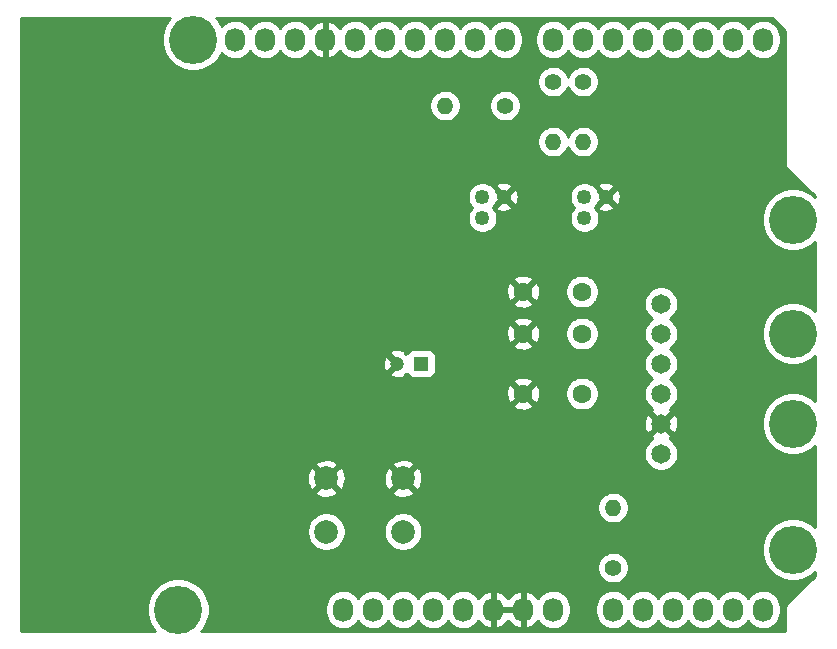
<source format=gbl>
%TF.GenerationSoftware,KiCad,Pcbnew,(5.1.9)-1*%
%TF.CreationDate,2021-02-18T13:46:49-05:00*%
%TF.ProjectId,K3NG_rotator_shield,4b334e47-5f72-46f7-9461-746f725f7368,rev?*%
%TF.SameCoordinates,Original*%
%TF.FileFunction,Copper,L2,Bot*%
%TF.FilePolarity,Positive*%
%FSLAX46Y46*%
G04 Gerber Fmt 4.6, Leading zero omitted, Abs format (unit mm)*
G04 Created by KiCad (PCBNEW (5.1.9)-1) date 2021-02-18 13:46:49*
%MOMM*%
%LPD*%
G01*
G04 APERTURE LIST*
%TA.AperFunction,ComponentPad*%
%ADD10C,2.000000*%
%TD*%
%TA.AperFunction,ComponentPad*%
%ADD11C,4.064000*%
%TD*%
%TA.AperFunction,ComponentPad*%
%ADD12C,1.650000*%
%TD*%
%TA.AperFunction,ComponentPad*%
%ADD13O,1.400000X1.400000*%
%TD*%
%TA.AperFunction,ComponentPad*%
%ADD14C,1.400000*%
%TD*%
%TA.AperFunction,ComponentPad*%
%ADD15C,1.200000*%
%TD*%
%TA.AperFunction,ComponentPad*%
%ADD16R,1.200000X1.200000*%
%TD*%
%TA.AperFunction,ComponentPad*%
%ADD17C,1.600000*%
%TD*%
%TA.AperFunction,ComponentPad*%
%ADD18C,1.251000*%
%TD*%
%TA.AperFunction,ComponentPad*%
%ADD19O,1.727200X2.032000*%
%TD*%
%TA.AperFunction,Conductor*%
%ADD20C,0.254000*%
%TD*%
%TA.AperFunction,Conductor*%
%ADD21C,0.100000*%
%TD*%
G04 APERTURE END LIST*
D10*
%TO.P,SW1,1*%
%TO.N,/Reset*%
X137518000Y-117221000D03*
%TO.P,SW1,2*%
%TO.N,GND*%
X137518000Y-112721000D03*
%TO.P,SW1,1*%
%TO.N,/Reset*%
X144018000Y-117221000D03*
%TO.P,SW1,2*%
%TO.N,GND*%
X144018000Y-112721000D03*
%TD*%
D11*
%TO.P,P8,1*%
%TO.N,Net-(P8-Pad1)*%
X177038000Y-108077000D03*
%TD*%
%TO.P,P8,1*%
%TO.N,Net-(P8-Pad1)*%
X177038000Y-100457000D03*
%TD*%
D12*
%TO.P,J1,6*%
%TO.N,Net-(J1-Pad6)*%
X165862000Y-110617000D03*
%TO.P,J1,5*%
%TO.N,GND*%
X165862000Y-108077000D03*
%TO.P,J1,4*%
%TO.N,/AZctlr*%
X165862000Y-105537000D03*
%TO.P,J1,3*%
%TO.N,/SPDctlr*%
X165862000Y-102997000D03*
%TO.P,J1,2*%
%TO.N,/CCWctlr*%
X165862000Y-100457000D03*
%TO.P,J1,1*%
%TO.N,/CWctlr*%
X165862000Y-97917000D03*
%TD*%
D13*
%TO.P,R4,2*%
%TO.N,Net-(Q2-Pad2)*%
X159258000Y-84201000D03*
D14*
%TO.P,R4,1*%
%TO.N,/6(\u002A\u002A)*%
X159258000Y-79121000D03*
%TD*%
D13*
%TO.P,R3,2*%
%TO.N,/SPDctlr*%
X147574000Y-81153000D03*
D14*
%TO.P,R3,1*%
%TO.N,/8*%
X152654000Y-81153000D03*
%TD*%
D13*
%TO.P,R2,2*%
%TO.N,Net-(Q1-Pad2)*%
X156718000Y-84201000D03*
D14*
%TO.P,R2,1*%
%TO.N,/7*%
X156718000Y-79121000D03*
%TD*%
D13*
%TO.P,R1,2*%
%TO.N,/AZctlr*%
X161798000Y-115189000D03*
D14*
%TO.P,R1,1*%
%TO.N,/A0*%
X161798000Y-120269000D03*
%TD*%
D15*
%TO.P,C4,2*%
%TO.N,GND*%
X143542000Y-102997000D03*
D16*
%TO.P,C4,1*%
%TO.N,/SPDctlr*%
X145542000Y-102997000D03*
%TD*%
D17*
%TO.P,C3,2*%
%TO.N,/CWctlr*%
X159178000Y-96901000D03*
%TO.P,C3,1*%
%TO.N,GND*%
X154178000Y-96901000D03*
%TD*%
%TO.P,C2,2*%
%TO.N,/CCWctlr*%
X159178000Y-100457000D03*
%TO.P,C2,1*%
%TO.N,GND*%
X154178000Y-100457000D03*
%TD*%
%TO.P,C1,2*%
%TO.N,/AZctlr*%
X159178000Y-105537000D03*
%TO.P,C1,1*%
%TO.N,GND*%
X154178000Y-105537000D03*
%TD*%
D18*
%TO.P,Q2,3*%
%TO.N,/CWctlr*%
X159376000Y-90687000D03*
%TO.P,Q2,2*%
%TO.N,Net-(Q2-Pad2)*%
X159376000Y-88891000D03*
%TO.P,Q2,1*%
%TO.N,GND*%
X161172000Y-88891000D03*
%TD*%
%TO.P,Q1,3*%
%TO.N,/CCWctlr*%
X150740000Y-90687000D03*
%TO.P,Q1,2*%
%TO.N,Net-(Q1-Pad2)*%
X150740000Y-88891000D03*
%TO.P,Q1,1*%
%TO.N,GND*%
X152536000Y-88891000D03*
%TD*%
D19*
%TO.P,P1,1*%
%TO.N,Net-(P1-Pad1)*%
X138938000Y-123825000D03*
%TO.P,P1,2*%
%TO.N,/IOREF*%
X141478000Y-123825000D03*
%TO.P,P1,3*%
%TO.N,/Reset*%
X144018000Y-123825000D03*
%TO.P,P1,4*%
%TO.N,+3V3*%
X146558000Y-123825000D03*
%TO.P,P1,5*%
%TO.N,+5V*%
X149098000Y-123825000D03*
%TO.P,P1,6*%
%TO.N,GND*%
X151638000Y-123825000D03*
%TO.P,P1,7*%
X154178000Y-123825000D03*
%TO.P,P1,8*%
%TO.N,/Vin*%
X156718000Y-123825000D03*
%TD*%
%TO.P,P2,1*%
%TO.N,/A0*%
X161798000Y-123825000D03*
%TO.P,P2,2*%
%TO.N,/A1*%
X164338000Y-123825000D03*
%TO.P,P2,3*%
%TO.N,/A2*%
X166878000Y-123825000D03*
%TO.P,P2,4*%
%TO.N,/A3*%
X169418000Y-123825000D03*
%TO.P,P2,5*%
%TO.N,/A4(SDA)*%
X171958000Y-123825000D03*
%TO.P,P2,6*%
%TO.N,/A5(SCL)*%
X174498000Y-123825000D03*
%TD*%
%TO.P,P3,1*%
%TO.N,/A5(SCL)*%
X129794000Y-75565000D03*
%TO.P,P3,2*%
%TO.N,/A4(SDA)*%
X132334000Y-75565000D03*
%TO.P,P3,3*%
%TO.N,/AREF*%
X134874000Y-75565000D03*
%TO.P,P3,4*%
%TO.N,GND*%
X137414000Y-75565000D03*
%TO.P,P3,5*%
%TO.N,/13(SCK)*%
X139954000Y-75565000D03*
%TO.P,P3,6*%
%TO.N,/12(MISO)*%
X142494000Y-75565000D03*
%TO.P,P3,7*%
%TO.N,/11(\u002A\u002A/MOSI)*%
X145034000Y-75565000D03*
%TO.P,P3,8*%
%TO.N,/10(\u002A\u002A/SS)*%
X147574000Y-75565000D03*
%TO.P,P3,9*%
%TO.N,/9(\u002A\u002A)*%
X150114000Y-75565000D03*
%TO.P,P3,10*%
%TO.N,/8*%
X152654000Y-75565000D03*
%TD*%
%TO.P,P4,1*%
%TO.N,/7*%
X156718000Y-75565000D03*
%TO.P,P4,2*%
%TO.N,/6(\u002A\u002A)*%
X159258000Y-75565000D03*
%TO.P,P4,3*%
%TO.N,/5(\u002A\u002A)*%
X161798000Y-75565000D03*
%TO.P,P4,4*%
%TO.N,/4*%
X164338000Y-75565000D03*
%TO.P,P4,5*%
%TO.N,/3(\u002A\u002A)*%
X166878000Y-75565000D03*
%TO.P,P4,6*%
%TO.N,/2*%
X169418000Y-75565000D03*
%TO.P,P4,7*%
%TO.N,/1(Tx)*%
X171958000Y-75565000D03*
%TO.P,P4,8*%
%TO.N,/0(Rx)*%
X174498000Y-75565000D03*
%TD*%
D11*
%TO.P,P5,1*%
%TO.N,Net-(P5-Pad1)*%
X124968000Y-123825000D03*
%TD*%
%TO.P,P6,1*%
%TO.N,Net-(P6-Pad1)*%
X177038000Y-118745000D03*
%TD*%
%TO.P,P7,1*%
%TO.N,Net-(P7-Pad1)*%
X126238000Y-75565000D03*
%TD*%
%TO.P,P8,1*%
%TO.N,Net-(P8-Pad1)*%
X177038000Y-90805000D03*
%TD*%
D20*
%TO.N,GND*%
X124166406Y-73864887D02*
X123874536Y-74301702D01*
X123673492Y-74787065D01*
X123571000Y-75302323D01*
X123571000Y-75827677D01*
X123673492Y-76342935D01*
X123874536Y-76828298D01*
X124166406Y-77265113D01*
X124537887Y-77636594D01*
X124974702Y-77928464D01*
X125460065Y-78129508D01*
X125975323Y-78232000D01*
X126500677Y-78232000D01*
X127015935Y-78129508D01*
X127501298Y-77928464D01*
X127938113Y-77636594D01*
X128309594Y-77265113D01*
X128601464Y-76828298D01*
X128657001Y-76694219D01*
X128729203Y-76782197D01*
X128957395Y-76969469D01*
X129217737Y-77108625D01*
X129500224Y-77194316D01*
X129794000Y-77223251D01*
X130087777Y-77194316D01*
X130370264Y-77108625D01*
X130630606Y-76969469D01*
X130858797Y-76782197D01*
X131046069Y-76554006D01*
X131064000Y-76520459D01*
X131081931Y-76554006D01*
X131269203Y-76782197D01*
X131497395Y-76969469D01*
X131757737Y-77108625D01*
X132040224Y-77194316D01*
X132334000Y-77223251D01*
X132627777Y-77194316D01*
X132910264Y-77108625D01*
X133170606Y-76969469D01*
X133398797Y-76782197D01*
X133586069Y-76554006D01*
X133604000Y-76520459D01*
X133621931Y-76554006D01*
X133809203Y-76782197D01*
X134037395Y-76969469D01*
X134297737Y-77108625D01*
X134580224Y-77194316D01*
X134874000Y-77223251D01*
X135167777Y-77194316D01*
X135450264Y-77108625D01*
X135710606Y-76969469D01*
X135938797Y-76782197D01*
X136126069Y-76554006D01*
X136147424Y-76514053D01*
X136295514Y-76716729D01*
X136511965Y-76915733D01*
X136763081Y-77068686D01*
X137039211Y-77169709D01*
X137054974Y-77172358D01*
X137287000Y-77051217D01*
X137287000Y-75692000D01*
X137267000Y-75692000D01*
X137267000Y-75438000D01*
X137287000Y-75438000D01*
X137287000Y-74078783D01*
X137541000Y-74078783D01*
X137541000Y-75438000D01*
X137561000Y-75438000D01*
X137561000Y-75692000D01*
X137541000Y-75692000D01*
X137541000Y-77051217D01*
X137773026Y-77172358D01*
X137788789Y-77169709D01*
X138064919Y-77068686D01*
X138316035Y-76915733D01*
X138532486Y-76716729D01*
X138680576Y-76514053D01*
X138701931Y-76554006D01*
X138889203Y-76782197D01*
X139117395Y-76969469D01*
X139377737Y-77108625D01*
X139660224Y-77194316D01*
X139954000Y-77223251D01*
X140247777Y-77194316D01*
X140530264Y-77108625D01*
X140790606Y-76969469D01*
X141018797Y-76782197D01*
X141206069Y-76554006D01*
X141224000Y-76520459D01*
X141241931Y-76554006D01*
X141429203Y-76782197D01*
X141657395Y-76969469D01*
X141917737Y-77108625D01*
X142200224Y-77194316D01*
X142494000Y-77223251D01*
X142787777Y-77194316D01*
X143070264Y-77108625D01*
X143330606Y-76969469D01*
X143558797Y-76782197D01*
X143746069Y-76554006D01*
X143764000Y-76520459D01*
X143781931Y-76554006D01*
X143969203Y-76782197D01*
X144197395Y-76969469D01*
X144457737Y-77108625D01*
X144740224Y-77194316D01*
X145034000Y-77223251D01*
X145327777Y-77194316D01*
X145610264Y-77108625D01*
X145870606Y-76969469D01*
X146098797Y-76782197D01*
X146286069Y-76554006D01*
X146304000Y-76520459D01*
X146321931Y-76554006D01*
X146509203Y-76782197D01*
X146737395Y-76969469D01*
X146997737Y-77108625D01*
X147280224Y-77194316D01*
X147574000Y-77223251D01*
X147867777Y-77194316D01*
X148150264Y-77108625D01*
X148410606Y-76969469D01*
X148638797Y-76782197D01*
X148826069Y-76554006D01*
X148844000Y-76520459D01*
X148861931Y-76554006D01*
X149049203Y-76782197D01*
X149277395Y-76969469D01*
X149537737Y-77108625D01*
X149820224Y-77194316D01*
X150114000Y-77223251D01*
X150407777Y-77194316D01*
X150690264Y-77108625D01*
X150950606Y-76969469D01*
X151178797Y-76782197D01*
X151366069Y-76554006D01*
X151384000Y-76520459D01*
X151401931Y-76554006D01*
X151589203Y-76782197D01*
X151817395Y-76969469D01*
X152077737Y-77108625D01*
X152360224Y-77194316D01*
X152654000Y-77223251D01*
X152947777Y-77194316D01*
X153230264Y-77108625D01*
X153490606Y-76969469D01*
X153718797Y-76782197D01*
X153906069Y-76554006D01*
X154045225Y-76293663D01*
X154130916Y-76011176D01*
X154152600Y-75791018D01*
X154152600Y-75338982D01*
X155219400Y-75338982D01*
X155219400Y-75791019D01*
X155241084Y-76011177D01*
X155326775Y-76293664D01*
X155465931Y-76554006D01*
X155653203Y-76782197D01*
X155881395Y-76969469D01*
X156141737Y-77108625D01*
X156424224Y-77194316D01*
X156718000Y-77223251D01*
X157011777Y-77194316D01*
X157294264Y-77108625D01*
X157554606Y-76969469D01*
X157782797Y-76782197D01*
X157970069Y-76554006D01*
X157988000Y-76520459D01*
X158005931Y-76554006D01*
X158193203Y-76782197D01*
X158421395Y-76969469D01*
X158681737Y-77108625D01*
X158964224Y-77194316D01*
X159258000Y-77223251D01*
X159551777Y-77194316D01*
X159834264Y-77108625D01*
X160094606Y-76969469D01*
X160322797Y-76782197D01*
X160510069Y-76554006D01*
X160528000Y-76520459D01*
X160545931Y-76554006D01*
X160733203Y-76782197D01*
X160961395Y-76969469D01*
X161221737Y-77108625D01*
X161504224Y-77194316D01*
X161798000Y-77223251D01*
X162091777Y-77194316D01*
X162374264Y-77108625D01*
X162634606Y-76969469D01*
X162862797Y-76782197D01*
X163050069Y-76554006D01*
X163068000Y-76520459D01*
X163085931Y-76554006D01*
X163273203Y-76782197D01*
X163501395Y-76969469D01*
X163761737Y-77108625D01*
X164044224Y-77194316D01*
X164338000Y-77223251D01*
X164631777Y-77194316D01*
X164914264Y-77108625D01*
X165174606Y-76969469D01*
X165402797Y-76782197D01*
X165590069Y-76554006D01*
X165608000Y-76520459D01*
X165625931Y-76554006D01*
X165813203Y-76782197D01*
X166041395Y-76969469D01*
X166301737Y-77108625D01*
X166584224Y-77194316D01*
X166878000Y-77223251D01*
X167171777Y-77194316D01*
X167454264Y-77108625D01*
X167714606Y-76969469D01*
X167942797Y-76782197D01*
X168130069Y-76554006D01*
X168148000Y-76520459D01*
X168165931Y-76554006D01*
X168353203Y-76782197D01*
X168581395Y-76969469D01*
X168841737Y-77108625D01*
X169124224Y-77194316D01*
X169418000Y-77223251D01*
X169711777Y-77194316D01*
X169994264Y-77108625D01*
X170254606Y-76969469D01*
X170482797Y-76782197D01*
X170670069Y-76554006D01*
X170688000Y-76520459D01*
X170705931Y-76554006D01*
X170893203Y-76782197D01*
X171121395Y-76969469D01*
X171381737Y-77108625D01*
X171664224Y-77194316D01*
X171958000Y-77223251D01*
X172251777Y-77194316D01*
X172534264Y-77108625D01*
X172794606Y-76969469D01*
X173022797Y-76782197D01*
X173210069Y-76554006D01*
X173228000Y-76520459D01*
X173245931Y-76554006D01*
X173433203Y-76782197D01*
X173661395Y-76969469D01*
X173921737Y-77108625D01*
X174204224Y-77194316D01*
X174498000Y-77223251D01*
X174791777Y-77194316D01*
X175074264Y-77108625D01*
X175334606Y-76969469D01*
X175562797Y-76782197D01*
X175750069Y-76554006D01*
X175889225Y-76293663D01*
X175974916Y-76011176D01*
X175996600Y-75791018D01*
X175996600Y-75338981D01*
X175974916Y-75118823D01*
X175889225Y-74836336D01*
X175750069Y-74575994D01*
X175562797Y-74347803D01*
X175334605Y-74160531D01*
X175074263Y-74021375D01*
X174791776Y-73935684D01*
X174498000Y-73906749D01*
X174204223Y-73935684D01*
X173921736Y-74021375D01*
X173661394Y-74160531D01*
X173433203Y-74347803D01*
X173245931Y-74575995D01*
X173228000Y-74609541D01*
X173210069Y-74575994D01*
X173022797Y-74347803D01*
X172794605Y-74160531D01*
X172534263Y-74021375D01*
X172251776Y-73935684D01*
X171958000Y-73906749D01*
X171664223Y-73935684D01*
X171381736Y-74021375D01*
X171121394Y-74160531D01*
X170893203Y-74347803D01*
X170705931Y-74575995D01*
X170688000Y-74609541D01*
X170670069Y-74575994D01*
X170482797Y-74347803D01*
X170254605Y-74160531D01*
X169994263Y-74021375D01*
X169711776Y-73935684D01*
X169418000Y-73906749D01*
X169124223Y-73935684D01*
X168841736Y-74021375D01*
X168581394Y-74160531D01*
X168353203Y-74347803D01*
X168165931Y-74575995D01*
X168148000Y-74609541D01*
X168130069Y-74575994D01*
X167942797Y-74347803D01*
X167714605Y-74160531D01*
X167454263Y-74021375D01*
X167171776Y-73935684D01*
X166878000Y-73906749D01*
X166584223Y-73935684D01*
X166301736Y-74021375D01*
X166041394Y-74160531D01*
X165813203Y-74347803D01*
X165625931Y-74575995D01*
X165608000Y-74609541D01*
X165590069Y-74575994D01*
X165402797Y-74347803D01*
X165174605Y-74160531D01*
X164914263Y-74021375D01*
X164631776Y-73935684D01*
X164338000Y-73906749D01*
X164044223Y-73935684D01*
X163761736Y-74021375D01*
X163501394Y-74160531D01*
X163273203Y-74347803D01*
X163085931Y-74575995D01*
X163068000Y-74609541D01*
X163050069Y-74575994D01*
X162862797Y-74347803D01*
X162634605Y-74160531D01*
X162374263Y-74021375D01*
X162091776Y-73935684D01*
X161798000Y-73906749D01*
X161504223Y-73935684D01*
X161221736Y-74021375D01*
X160961394Y-74160531D01*
X160733203Y-74347803D01*
X160545931Y-74575995D01*
X160528000Y-74609541D01*
X160510069Y-74575994D01*
X160322797Y-74347803D01*
X160094605Y-74160531D01*
X159834263Y-74021375D01*
X159551776Y-73935684D01*
X159258000Y-73906749D01*
X158964223Y-73935684D01*
X158681736Y-74021375D01*
X158421394Y-74160531D01*
X158193203Y-74347803D01*
X158005931Y-74575995D01*
X157988000Y-74609541D01*
X157970069Y-74575994D01*
X157782797Y-74347803D01*
X157554605Y-74160531D01*
X157294263Y-74021375D01*
X157011776Y-73935684D01*
X156718000Y-73906749D01*
X156424223Y-73935684D01*
X156141736Y-74021375D01*
X155881394Y-74160531D01*
X155653203Y-74347803D01*
X155465931Y-74575995D01*
X155326775Y-74836337D01*
X155241084Y-75118824D01*
X155219400Y-75338982D01*
X154152600Y-75338982D01*
X154152600Y-75338981D01*
X154130916Y-75118823D01*
X154045225Y-74836336D01*
X153906069Y-74575994D01*
X153718797Y-74347803D01*
X153490605Y-74160531D01*
X153230263Y-74021375D01*
X152947776Y-73935684D01*
X152654000Y-73906749D01*
X152360223Y-73935684D01*
X152077736Y-74021375D01*
X151817394Y-74160531D01*
X151589203Y-74347803D01*
X151401931Y-74575995D01*
X151384000Y-74609541D01*
X151366069Y-74575994D01*
X151178797Y-74347803D01*
X150950605Y-74160531D01*
X150690263Y-74021375D01*
X150407776Y-73935684D01*
X150114000Y-73906749D01*
X149820223Y-73935684D01*
X149537736Y-74021375D01*
X149277394Y-74160531D01*
X149049203Y-74347803D01*
X148861931Y-74575995D01*
X148844000Y-74609541D01*
X148826069Y-74575994D01*
X148638797Y-74347803D01*
X148410605Y-74160531D01*
X148150263Y-74021375D01*
X147867776Y-73935684D01*
X147574000Y-73906749D01*
X147280223Y-73935684D01*
X146997736Y-74021375D01*
X146737394Y-74160531D01*
X146509203Y-74347803D01*
X146321931Y-74575995D01*
X146304000Y-74609541D01*
X146286069Y-74575994D01*
X146098797Y-74347803D01*
X145870605Y-74160531D01*
X145610263Y-74021375D01*
X145327776Y-73935684D01*
X145034000Y-73906749D01*
X144740223Y-73935684D01*
X144457736Y-74021375D01*
X144197394Y-74160531D01*
X143969203Y-74347803D01*
X143781931Y-74575995D01*
X143764000Y-74609541D01*
X143746069Y-74575994D01*
X143558797Y-74347803D01*
X143330605Y-74160531D01*
X143070263Y-74021375D01*
X142787776Y-73935684D01*
X142494000Y-73906749D01*
X142200223Y-73935684D01*
X141917736Y-74021375D01*
X141657394Y-74160531D01*
X141429203Y-74347803D01*
X141241931Y-74575995D01*
X141224000Y-74609541D01*
X141206069Y-74575994D01*
X141018797Y-74347803D01*
X140790605Y-74160531D01*
X140530263Y-74021375D01*
X140247776Y-73935684D01*
X139954000Y-73906749D01*
X139660223Y-73935684D01*
X139377736Y-74021375D01*
X139117394Y-74160531D01*
X138889203Y-74347803D01*
X138701931Y-74575995D01*
X138680576Y-74615947D01*
X138532486Y-74413271D01*
X138316035Y-74214267D01*
X138064919Y-74061314D01*
X137788789Y-73960291D01*
X137773026Y-73957642D01*
X137541000Y-74078783D01*
X137287000Y-74078783D01*
X137054974Y-73957642D01*
X137039211Y-73960291D01*
X136763081Y-74061314D01*
X136511965Y-74214267D01*
X136295514Y-74413271D01*
X136147424Y-74615947D01*
X136126069Y-74575994D01*
X135938797Y-74347803D01*
X135710605Y-74160531D01*
X135450263Y-74021375D01*
X135167776Y-73935684D01*
X134874000Y-73906749D01*
X134580223Y-73935684D01*
X134297736Y-74021375D01*
X134037394Y-74160531D01*
X133809203Y-74347803D01*
X133621931Y-74575995D01*
X133604000Y-74609541D01*
X133586069Y-74575994D01*
X133398797Y-74347803D01*
X133170605Y-74160531D01*
X132910263Y-74021375D01*
X132627776Y-73935684D01*
X132334000Y-73906749D01*
X132040223Y-73935684D01*
X131757736Y-74021375D01*
X131497394Y-74160531D01*
X131269203Y-74347803D01*
X131081931Y-74575995D01*
X131064000Y-74609541D01*
X131046069Y-74575994D01*
X130858797Y-74347803D01*
X130630605Y-74160531D01*
X130370263Y-74021375D01*
X130087776Y-73935684D01*
X129794000Y-73906749D01*
X129500223Y-73935684D01*
X129217736Y-74021375D01*
X128957394Y-74160531D01*
X128729203Y-74347803D01*
X128657001Y-74435781D01*
X128601464Y-74301702D01*
X128309594Y-73864887D01*
X128179707Y-73735000D01*
X175219909Y-73735000D01*
X176328001Y-74843093D01*
X176328000Y-85944125D01*
X176324565Y-85979000D01*
X176328000Y-86013875D01*
X176328000Y-86013876D01*
X176338273Y-86118183D01*
X176378872Y-86252019D01*
X176444800Y-86375362D01*
X176533525Y-86483474D01*
X176560617Y-86505708D01*
X178868001Y-88813093D01*
X178868001Y-88863294D01*
X178738113Y-88733406D01*
X178301298Y-88441536D01*
X177815935Y-88240492D01*
X177300677Y-88138000D01*
X176775323Y-88138000D01*
X176260065Y-88240492D01*
X175774702Y-88441536D01*
X175337887Y-88733406D01*
X174966406Y-89104887D01*
X174674536Y-89541702D01*
X174473492Y-90027065D01*
X174371000Y-90542323D01*
X174371000Y-91067677D01*
X174473492Y-91582935D01*
X174674536Y-92068298D01*
X174966406Y-92505113D01*
X175337887Y-92876594D01*
X175774702Y-93168464D01*
X176260065Y-93369508D01*
X176775323Y-93472000D01*
X177300677Y-93472000D01*
X177815935Y-93369508D01*
X178301298Y-93168464D01*
X178738113Y-92876594D01*
X178868001Y-92746706D01*
X178868001Y-98515294D01*
X178738113Y-98385406D01*
X178301298Y-98093536D01*
X177815935Y-97892492D01*
X177300677Y-97790000D01*
X176775323Y-97790000D01*
X176260065Y-97892492D01*
X175774702Y-98093536D01*
X175337887Y-98385406D01*
X174966406Y-98756887D01*
X174674536Y-99193702D01*
X174473492Y-99679065D01*
X174371000Y-100194323D01*
X174371000Y-100719677D01*
X174473492Y-101234935D01*
X174674536Y-101720298D01*
X174966406Y-102157113D01*
X175337887Y-102528594D01*
X175774702Y-102820464D01*
X176260065Y-103021508D01*
X176775323Y-103124000D01*
X177300677Y-103124000D01*
X177815935Y-103021508D01*
X178301298Y-102820464D01*
X178738113Y-102528594D01*
X178868001Y-102398706D01*
X178868000Y-106135293D01*
X178738113Y-106005406D01*
X178301298Y-105713536D01*
X177815935Y-105512492D01*
X177300677Y-105410000D01*
X176775323Y-105410000D01*
X176260065Y-105512492D01*
X175774702Y-105713536D01*
X175337887Y-106005406D01*
X174966406Y-106376887D01*
X174674536Y-106813702D01*
X174473492Y-107299065D01*
X174371000Y-107814323D01*
X174371000Y-108339677D01*
X174473492Y-108854935D01*
X174674536Y-109340298D01*
X174966406Y-109777113D01*
X175337887Y-110148594D01*
X175774702Y-110440464D01*
X176260065Y-110641508D01*
X176775323Y-110744000D01*
X177300677Y-110744000D01*
X177815935Y-110641508D01*
X178301298Y-110440464D01*
X178738113Y-110148594D01*
X178868000Y-110018707D01*
X178868000Y-116803293D01*
X178738113Y-116673406D01*
X178301298Y-116381536D01*
X177815935Y-116180492D01*
X177300677Y-116078000D01*
X176775323Y-116078000D01*
X176260065Y-116180492D01*
X175774702Y-116381536D01*
X175337887Y-116673406D01*
X174966406Y-117044887D01*
X174674536Y-117481702D01*
X174473492Y-117967065D01*
X174371000Y-118482323D01*
X174371000Y-119007677D01*
X174473492Y-119522935D01*
X174674536Y-120008298D01*
X174966406Y-120445113D01*
X175337887Y-120816594D01*
X175774702Y-121108464D01*
X176260065Y-121309508D01*
X176775323Y-121412000D01*
X177300677Y-121412000D01*
X177815935Y-121309508D01*
X178301298Y-121108464D01*
X178738113Y-120816594D01*
X178868000Y-120686707D01*
X178868000Y-120990908D01*
X176560617Y-123298292D01*
X176533526Y-123320525D01*
X176511293Y-123347616D01*
X176444801Y-123428637D01*
X176378872Y-123551981D01*
X176338274Y-123685816D01*
X176324565Y-123825000D01*
X176328001Y-123859885D01*
X176328000Y-125655000D01*
X126909707Y-125655000D01*
X127039594Y-125525113D01*
X127331464Y-125088298D01*
X127532508Y-124602935D01*
X127635000Y-124087677D01*
X127635000Y-123598982D01*
X137439400Y-123598982D01*
X137439400Y-124051019D01*
X137461084Y-124271177D01*
X137546775Y-124553664D01*
X137685931Y-124814006D01*
X137873203Y-125042197D01*
X138101395Y-125229469D01*
X138361737Y-125368625D01*
X138644224Y-125454316D01*
X138938000Y-125483251D01*
X139231777Y-125454316D01*
X139514264Y-125368625D01*
X139774606Y-125229469D01*
X140002797Y-125042197D01*
X140190069Y-124814006D01*
X140208000Y-124780459D01*
X140225931Y-124814006D01*
X140413203Y-125042197D01*
X140641395Y-125229469D01*
X140901737Y-125368625D01*
X141184224Y-125454316D01*
X141478000Y-125483251D01*
X141771777Y-125454316D01*
X142054264Y-125368625D01*
X142314606Y-125229469D01*
X142542797Y-125042197D01*
X142730069Y-124814006D01*
X142748000Y-124780459D01*
X142765931Y-124814006D01*
X142953203Y-125042197D01*
X143181395Y-125229469D01*
X143441737Y-125368625D01*
X143724224Y-125454316D01*
X144018000Y-125483251D01*
X144311777Y-125454316D01*
X144594264Y-125368625D01*
X144854606Y-125229469D01*
X145082797Y-125042197D01*
X145270069Y-124814006D01*
X145288000Y-124780459D01*
X145305931Y-124814006D01*
X145493203Y-125042197D01*
X145721395Y-125229469D01*
X145981737Y-125368625D01*
X146264224Y-125454316D01*
X146558000Y-125483251D01*
X146851777Y-125454316D01*
X147134264Y-125368625D01*
X147394606Y-125229469D01*
X147622797Y-125042197D01*
X147810069Y-124814006D01*
X147828000Y-124780459D01*
X147845931Y-124814006D01*
X148033203Y-125042197D01*
X148261395Y-125229469D01*
X148521737Y-125368625D01*
X148804224Y-125454316D01*
X149098000Y-125483251D01*
X149391777Y-125454316D01*
X149674264Y-125368625D01*
X149934606Y-125229469D01*
X150162797Y-125042197D01*
X150350069Y-124814006D01*
X150371424Y-124774053D01*
X150519514Y-124976729D01*
X150735965Y-125175733D01*
X150987081Y-125328686D01*
X151263211Y-125429709D01*
X151278974Y-125432358D01*
X151511000Y-125311217D01*
X151511000Y-123952000D01*
X151765000Y-123952000D01*
X151765000Y-125311217D01*
X151997026Y-125432358D01*
X152012789Y-125429709D01*
X152288919Y-125328686D01*
X152540035Y-125175733D01*
X152756486Y-124976729D01*
X152908000Y-124769367D01*
X153059514Y-124976729D01*
X153275965Y-125175733D01*
X153527081Y-125328686D01*
X153803211Y-125429709D01*
X153818974Y-125432358D01*
X154051000Y-125311217D01*
X154051000Y-123952000D01*
X151765000Y-123952000D01*
X151511000Y-123952000D01*
X151491000Y-123952000D01*
X151491000Y-123698000D01*
X151511000Y-123698000D01*
X151511000Y-122338783D01*
X151765000Y-122338783D01*
X151765000Y-123698000D01*
X154051000Y-123698000D01*
X154051000Y-122338783D01*
X154305000Y-122338783D01*
X154305000Y-123698000D01*
X154325000Y-123698000D01*
X154325000Y-123952000D01*
X154305000Y-123952000D01*
X154305000Y-125311217D01*
X154537026Y-125432358D01*
X154552789Y-125429709D01*
X154828919Y-125328686D01*
X155080035Y-125175733D01*
X155296486Y-124976729D01*
X155444576Y-124774053D01*
X155465931Y-124814006D01*
X155653203Y-125042197D01*
X155881395Y-125229469D01*
X156141737Y-125368625D01*
X156424224Y-125454316D01*
X156718000Y-125483251D01*
X157011777Y-125454316D01*
X157294264Y-125368625D01*
X157554606Y-125229469D01*
X157782797Y-125042197D01*
X157970069Y-124814006D01*
X158109225Y-124553663D01*
X158194916Y-124271176D01*
X158216600Y-124051018D01*
X158216600Y-123598982D01*
X160299400Y-123598982D01*
X160299400Y-124051019D01*
X160321084Y-124271177D01*
X160406775Y-124553664D01*
X160545931Y-124814006D01*
X160733203Y-125042197D01*
X160961395Y-125229469D01*
X161221737Y-125368625D01*
X161504224Y-125454316D01*
X161798000Y-125483251D01*
X162091777Y-125454316D01*
X162374264Y-125368625D01*
X162634606Y-125229469D01*
X162862797Y-125042197D01*
X163050069Y-124814006D01*
X163068000Y-124780459D01*
X163085931Y-124814006D01*
X163273203Y-125042197D01*
X163501395Y-125229469D01*
X163761737Y-125368625D01*
X164044224Y-125454316D01*
X164338000Y-125483251D01*
X164631777Y-125454316D01*
X164914264Y-125368625D01*
X165174606Y-125229469D01*
X165402797Y-125042197D01*
X165590069Y-124814006D01*
X165608000Y-124780459D01*
X165625931Y-124814006D01*
X165813203Y-125042197D01*
X166041395Y-125229469D01*
X166301737Y-125368625D01*
X166584224Y-125454316D01*
X166878000Y-125483251D01*
X167171777Y-125454316D01*
X167454264Y-125368625D01*
X167714606Y-125229469D01*
X167942797Y-125042197D01*
X168130069Y-124814006D01*
X168148000Y-124780459D01*
X168165931Y-124814006D01*
X168353203Y-125042197D01*
X168581395Y-125229469D01*
X168841737Y-125368625D01*
X169124224Y-125454316D01*
X169418000Y-125483251D01*
X169711777Y-125454316D01*
X169994264Y-125368625D01*
X170254606Y-125229469D01*
X170482797Y-125042197D01*
X170670069Y-124814006D01*
X170688000Y-124780459D01*
X170705931Y-124814006D01*
X170893203Y-125042197D01*
X171121395Y-125229469D01*
X171381737Y-125368625D01*
X171664224Y-125454316D01*
X171958000Y-125483251D01*
X172251777Y-125454316D01*
X172534264Y-125368625D01*
X172794606Y-125229469D01*
X173022797Y-125042197D01*
X173210069Y-124814006D01*
X173228000Y-124780459D01*
X173245931Y-124814006D01*
X173433203Y-125042197D01*
X173661395Y-125229469D01*
X173921737Y-125368625D01*
X174204224Y-125454316D01*
X174498000Y-125483251D01*
X174791777Y-125454316D01*
X175074264Y-125368625D01*
X175334606Y-125229469D01*
X175562797Y-125042197D01*
X175750069Y-124814006D01*
X175889225Y-124553663D01*
X175974916Y-124271176D01*
X175996600Y-124051018D01*
X175996600Y-123598981D01*
X175974916Y-123378823D01*
X175889225Y-123096336D01*
X175750069Y-122835994D01*
X175562797Y-122607803D01*
X175334605Y-122420531D01*
X175074263Y-122281375D01*
X174791776Y-122195684D01*
X174498000Y-122166749D01*
X174204223Y-122195684D01*
X173921736Y-122281375D01*
X173661394Y-122420531D01*
X173433203Y-122607803D01*
X173245931Y-122835995D01*
X173228000Y-122869541D01*
X173210069Y-122835994D01*
X173022797Y-122607803D01*
X172794605Y-122420531D01*
X172534263Y-122281375D01*
X172251776Y-122195684D01*
X171958000Y-122166749D01*
X171664223Y-122195684D01*
X171381736Y-122281375D01*
X171121394Y-122420531D01*
X170893203Y-122607803D01*
X170705931Y-122835995D01*
X170688000Y-122869541D01*
X170670069Y-122835994D01*
X170482797Y-122607803D01*
X170254605Y-122420531D01*
X169994263Y-122281375D01*
X169711776Y-122195684D01*
X169418000Y-122166749D01*
X169124223Y-122195684D01*
X168841736Y-122281375D01*
X168581394Y-122420531D01*
X168353203Y-122607803D01*
X168165931Y-122835995D01*
X168148000Y-122869541D01*
X168130069Y-122835994D01*
X167942797Y-122607803D01*
X167714605Y-122420531D01*
X167454263Y-122281375D01*
X167171776Y-122195684D01*
X166878000Y-122166749D01*
X166584223Y-122195684D01*
X166301736Y-122281375D01*
X166041394Y-122420531D01*
X165813203Y-122607803D01*
X165625931Y-122835995D01*
X165608000Y-122869541D01*
X165590069Y-122835994D01*
X165402797Y-122607803D01*
X165174605Y-122420531D01*
X164914263Y-122281375D01*
X164631776Y-122195684D01*
X164338000Y-122166749D01*
X164044223Y-122195684D01*
X163761736Y-122281375D01*
X163501394Y-122420531D01*
X163273203Y-122607803D01*
X163085931Y-122835995D01*
X163068000Y-122869541D01*
X163050069Y-122835994D01*
X162862797Y-122607803D01*
X162634605Y-122420531D01*
X162374263Y-122281375D01*
X162091776Y-122195684D01*
X161798000Y-122166749D01*
X161504223Y-122195684D01*
X161221736Y-122281375D01*
X160961394Y-122420531D01*
X160733203Y-122607803D01*
X160545931Y-122835995D01*
X160406775Y-123096337D01*
X160321084Y-123378824D01*
X160299400Y-123598982D01*
X158216600Y-123598982D01*
X158216600Y-123598981D01*
X158194916Y-123378823D01*
X158109225Y-123096336D01*
X157970069Y-122835994D01*
X157782797Y-122607803D01*
X157554605Y-122420531D01*
X157294263Y-122281375D01*
X157011776Y-122195684D01*
X156718000Y-122166749D01*
X156424223Y-122195684D01*
X156141736Y-122281375D01*
X155881394Y-122420531D01*
X155653203Y-122607803D01*
X155465931Y-122835995D01*
X155444576Y-122875947D01*
X155296486Y-122673271D01*
X155080035Y-122474267D01*
X154828919Y-122321314D01*
X154552789Y-122220291D01*
X154537026Y-122217642D01*
X154305000Y-122338783D01*
X154051000Y-122338783D01*
X153818974Y-122217642D01*
X153803211Y-122220291D01*
X153527081Y-122321314D01*
X153275965Y-122474267D01*
X153059514Y-122673271D01*
X152908000Y-122880633D01*
X152756486Y-122673271D01*
X152540035Y-122474267D01*
X152288919Y-122321314D01*
X152012789Y-122220291D01*
X151997026Y-122217642D01*
X151765000Y-122338783D01*
X151511000Y-122338783D01*
X151278974Y-122217642D01*
X151263211Y-122220291D01*
X150987081Y-122321314D01*
X150735965Y-122474267D01*
X150519514Y-122673271D01*
X150371424Y-122875947D01*
X150350069Y-122835994D01*
X150162797Y-122607803D01*
X149934605Y-122420531D01*
X149674263Y-122281375D01*
X149391776Y-122195684D01*
X149098000Y-122166749D01*
X148804223Y-122195684D01*
X148521736Y-122281375D01*
X148261394Y-122420531D01*
X148033203Y-122607803D01*
X147845931Y-122835995D01*
X147828000Y-122869541D01*
X147810069Y-122835994D01*
X147622797Y-122607803D01*
X147394605Y-122420531D01*
X147134263Y-122281375D01*
X146851776Y-122195684D01*
X146558000Y-122166749D01*
X146264223Y-122195684D01*
X145981736Y-122281375D01*
X145721394Y-122420531D01*
X145493203Y-122607803D01*
X145305931Y-122835995D01*
X145288000Y-122869541D01*
X145270069Y-122835994D01*
X145082797Y-122607803D01*
X144854605Y-122420531D01*
X144594263Y-122281375D01*
X144311776Y-122195684D01*
X144018000Y-122166749D01*
X143724223Y-122195684D01*
X143441736Y-122281375D01*
X143181394Y-122420531D01*
X142953203Y-122607803D01*
X142765931Y-122835995D01*
X142748000Y-122869541D01*
X142730069Y-122835994D01*
X142542797Y-122607803D01*
X142314605Y-122420531D01*
X142054263Y-122281375D01*
X141771776Y-122195684D01*
X141478000Y-122166749D01*
X141184223Y-122195684D01*
X140901736Y-122281375D01*
X140641394Y-122420531D01*
X140413203Y-122607803D01*
X140225931Y-122835995D01*
X140208000Y-122869541D01*
X140190069Y-122835994D01*
X140002797Y-122607803D01*
X139774605Y-122420531D01*
X139514263Y-122281375D01*
X139231776Y-122195684D01*
X138938000Y-122166749D01*
X138644223Y-122195684D01*
X138361736Y-122281375D01*
X138101394Y-122420531D01*
X137873203Y-122607803D01*
X137685931Y-122835995D01*
X137546775Y-123096337D01*
X137461084Y-123378824D01*
X137439400Y-123598982D01*
X127635000Y-123598982D01*
X127635000Y-123562323D01*
X127532508Y-123047065D01*
X127331464Y-122561702D01*
X127039594Y-122124887D01*
X126668113Y-121753406D01*
X126231298Y-121461536D01*
X125745935Y-121260492D01*
X125230677Y-121158000D01*
X124705323Y-121158000D01*
X124190065Y-121260492D01*
X123704702Y-121461536D01*
X123267887Y-121753406D01*
X122896406Y-122124887D01*
X122604536Y-122561702D01*
X122403492Y-123047065D01*
X122301000Y-123562323D01*
X122301000Y-124087677D01*
X122403492Y-124602935D01*
X122604536Y-125088298D01*
X122896406Y-125525113D01*
X123026293Y-125655000D01*
X111708000Y-125655000D01*
X111708000Y-120137514D01*
X160463000Y-120137514D01*
X160463000Y-120400486D01*
X160514304Y-120658405D01*
X160614939Y-120901359D01*
X160761038Y-121120013D01*
X160946987Y-121305962D01*
X161165641Y-121452061D01*
X161408595Y-121552696D01*
X161666514Y-121604000D01*
X161929486Y-121604000D01*
X162187405Y-121552696D01*
X162430359Y-121452061D01*
X162649013Y-121305962D01*
X162834962Y-121120013D01*
X162981061Y-120901359D01*
X163081696Y-120658405D01*
X163133000Y-120400486D01*
X163133000Y-120137514D01*
X163081696Y-119879595D01*
X162981061Y-119636641D01*
X162834962Y-119417987D01*
X162649013Y-119232038D01*
X162430359Y-119085939D01*
X162187405Y-118985304D01*
X161929486Y-118934000D01*
X161666514Y-118934000D01*
X161408595Y-118985304D01*
X161165641Y-119085939D01*
X160946987Y-119232038D01*
X160761038Y-119417987D01*
X160614939Y-119636641D01*
X160514304Y-119879595D01*
X160463000Y-120137514D01*
X111708000Y-120137514D01*
X111708000Y-117059967D01*
X135883000Y-117059967D01*
X135883000Y-117382033D01*
X135945832Y-117697912D01*
X136069082Y-117995463D01*
X136248013Y-118263252D01*
X136475748Y-118490987D01*
X136743537Y-118669918D01*
X137041088Y-118793168D01*
X137356967Y-118856000D01*
X137679033Y-118856000D01*
X137994912Y-118793168D01*
X138292463Y-118669918D01*
X138560252Y-118490987D01*
X138787987Y-118263252D01*
X138966918Y-117995463D01*
X139090168Y-117697912D01*
X139153000Y-117382033D01*
X139153000Y-117059967D01*
X142383000Y-117059967D01*
X142383000Y-117382033D01*
X142445832Y-117697912D01*
X142569082Y-117995463D01*
X142748013Y-118263252D01*
X142975748Y-118490987D01*
X143243537Y-118669918D01*
X143541088Y-118793168D01*
X143856967Y-118856000D01*
X144179033Y-118856000D01*
X144494912Y-118793168D01*
X144792463Y-118669918D01*
X145060252Y-118490987D01*
X145287987Y-118263252D01*
X145466918Y-117995463D01*
X145590168Y-117697912D01*
X145653000Y-117382033D01*
X145653000Y-117059967D01*
X145590168Y-116744088D01*
X145466918Y-116446537D01*
X145287987Y-116178748D01*
X145060252Y-115951013D01*
X144792463Y-115772082D01*
X144494912Y-115648832D01*
X144179033Y-115586000D01*
X143856967Y-115586000D01*
X143541088Y-115648832D01*
X143243537Y-115772082D01*
X142975748Y-115951013D01*
X142748013Y-116178748D01*
X142569082Y-116446537D01*
X142445832Y-116744088D01*
X142383000Y-117059967D01*
X139153000Y-117059967D01*
X139090168Y-116744088D01*
X138966918Y-116446537D01*
X138787987Y-116178748D01*
X138560252Y-115951013D01*
X138292463Y-115772082D01*
X137994912Y-115648832D01*
X137679033Y-115586000D01*
X137356967Y-115586000D01*
X137041088Y-115648832D01*
X136743537Y-115772082D01*
X136475748Y-115951013D01*
X136248013Y-116178748D01*
X136069082Y-116446537D01*
X135945832Y-116744088D01*
X135883000Y-117059967D01*
X111708000Y-117059967D01*
X111708000Y-115057514D01*
X160463000Y-115057514D01*
X160463000Y-115320486D01*
X160514304Y-115578405D01*
X160614939Y-115821359D01*
X160761038Y-116040013D01*
X160946987Y-116225962D01*
X161165641Y-116372061D01*
X161408595Y-116472696D01*
X161666514Y-116524000D01*
X161929486Y-116524000D01*
X162187405Y-116472696D01*
X162430359Y-116372061D01*
X162649013Y-116225962D01*
X162834962Y-116040013D01*
X162981061Y-115821359D01*
X163081696Y-115578405D01*
X163133000Y-115320486D01*
X163133000Y-115057514D01*
X163081696Y-114799595D01*
X162981061Y-114556641D01*
X162834962Y-114337987D01*
X162649013Y-114152038D01*
X162430359Y-114005939D01*
X162187405Y-113905304D01*
X161929486Y-113854000D01*
X161666514Y-113854000D01*
X161408595Y-113905304D01*
X161165641Y-114005939D01*
X160946987Y-114152038D01*
X160761038Y-114337987D01*
X160614939Y-114556641D01*
X160514304Y-114799595D01*
X160463000Y-115057514D01*
X111708000Y-115057514D01*
X111708000Y-113856413D01*
X136562192Y-113856413D01*
X136657956Y-114120814D01*
X136947571Y-114261704D01*
X137259108Y-114343384D01*
X137580595Y-114362718D01*
X137899675Y-114318961D01*
X138204088Y-114213795D01*
X138378044Y-114120814D01*
X138473808Y-113856413D01*
X143062192Y-113856413D01*
X143157956Y-114120814D01*
X143447571Y-114261704D01*
X143759108Y-114343384D01*
X144080595Y-114362718D01*
X144399675Y-114318961D01*
X144704088Y-114213795D01*
X144878044Y-114120814D01*
X144973808Y-113856413D01*
X144018000Y-112900605D01*
X143062192Y-113856413D01*
X138473808Y-113856413D01*
X137518000Y-112900605D01*
X136562192Y-113856413D01*
X111708000Y-113856413D01*
X111708000Y-112783595D01*
X135876282Y-112783595D01*
X135920039Y-113102675D01*
X136025205Y-113407088D01*
X136118186Y-113581044D01*
X136382587Y-113676808D01*
X137338395Y-112721000D01*
X137697605Y-112721000D01*
X138653413Y-113676808D01*
X138917814Y-113581044D01*
X139058704Y-113291429D01*
X139140384Y-112979892D01*
X139152189Y-112783595D01*
X142376282Y-112783595D01*
X142420039Y-113102675D01*
X142525205Y-113407088D01*
X142618186Y-113581044D01*
X142882587Y-113676808D01*
X143838395Y-112721000D01*
X144197605Y-112721000D01*
X145153413Y-113676808D01*
X145417814Y-113581044D01*
X145558704Y-113291429D01*
X145640384Y-112979892D01*
X145659718Y-112658405D01*
X145615961Y-112339325D01*
X145510795Y-112034912D01*
X145417814Y-111860956D01*
X145153413Y-111765192D01*
X144197605Y-112721000D01*
X143838395Y-112721000D01*
X142882587Y-111765192D01*
X142618186Y-111860956D01*
X142477296Y-112150571D01*
X142395616Y-112462108D01*
X142376282Y-112783595D01*
X139152189Y-112783595D01*
X139159718Y-112658405D01*
X139115961Y-112339325D01*
X139010795Y-112034912D01*
X138917814Y-111860956D01*
X138653413Y-111765192D01*
X137697605Y-112721000D01*
X137338395Y-112721000D01*
X136382587Y-111765192D01*
X136118186Y-111860956D01*
X135977296Y-112150571D01*
X135895616Y-112462108D01*
X135876282Y-112783595D01*
X111708000Y-112783595D01*
X111708000Y-111585587D01*
X136562192Y-111585587D01*
X137518000Y-112541395D01*
X138473808Y-111585587D01*
X143062192Y-111585587D01*
X144018000Y-112541395D01*
X144973808Y-111585587D01*
X144878044Y-111321186D01*
X144588429Y-111180296D01*
X144276892Y-111098616D01*
X143955405Y-111079282D01*
X143636325Y-111123039D01*
X143331912Y-111228205D01*
X143157956Y-111321186D01*
X143062192Y-111585587D01*
X138473808Y-111585587D01*
X138378044Y-111321186D01*
X138088429Y-111180296D01*
X137776892Y-111098616D01*
X137455405Y-111079282D01*
X137136325Y-111123039D01*
X136831912Y-111228205D01*
X136657956Y-111321186D01*
X136562192Y-111585587D01*
X111708000Y-111585587D01*
X111708000Y-110473203D01*
X164402000Y-110473203D01*
X164402000Y-110760797D01*
X164458107Y-111042866D01*
X164568165Y-111308569D01*
X164727944Y-111547696D01*
X164931304Y-111751056D01*
X165170431Y-111910835D01*
X165436134Y-112020893D01*
X165718203Y-112077000D01*
X166005797Y-112077000D01*
X166287866Y-112020893D01*
X166553569Y-111910835D01*
X166792696Y-111751056D01*
X166996056Y-111547696D01*
X167155835Y-111308569D01*
X167265893Y-111042866D01*
X167322000Y-110760797D01*
X167322000Y-110473203D01*
X167265893Y-110191134D01*
X167155835Y-109925431D01*
X166996056Y-109686304D01*
X166792696Y-109482944D01*
X166591424Y-109348459D01*
X166618337Y-109334073D01*
X166692946Y-109087551D01*
X165862000Y-108256605D01*
X165031054Y-109087551D01*
X165105663Y-109334073D01*
X165133977Y-109347523D01*
X164931304Y-109482944D01*
X164727944Y-109686304D01*
X164568165Y-109925431D01*
X164458107Y-110191134D01*
X164402000Y-110473203D01*
X111708000Y-110473203D01*
X111708000Y-108146521D01*
X164396583Y-108146521D01*
X164438303Y-108431074D01*
X164534735Y-108702020D01*
X164604927Y-108833337D01*
X164851449Y-108907946D01*
X165682395Y-108077000D01*
X166041605Y-108077000D01*
X166872551Y-108907946D01*
X167119073Y-108833337D01*
X167242473Y-108573561D01*
X167312823Y-108294703D01*
X167327417Y-108007479D01*
X167285697Y-107722926D01*
X167189265Y-107451980D01*
X167119073Y-107320663D01*
X166872551Y-107246054D01*
X166041605Y-108077000D01*
X165682395Y-108077000D01*
X164851449Y-107246054D01*
X164604927Y-107320663D01*
X164481527Y-107580439D01*
X164411177Y-107859297D01*
X164396583Y-108146521D01*
X111708000Y-108146521D01*
X111708000Y-106529702D01*
X153364903Y-106529702D01*
X153436486Y-106773671D01*
X153691996Y-106894571D01*
X153966184Y-106963300D01*
X154248512Y-106977217D01*
X154528130Y-106935787D01*
X154794292Y-106840603D01*
X154919514Y-106773671D01*
X154991097Y-106529702D01*
X154178000Y-105716605D01*
X153364903Y-106529702D01*
X111708000Y-106529702D01*
X111708000Y-105607512D01*
X152737783Y-105607512D01*
X152779213Y-105887130D01*
X152874397Y-106153292D01*
X152941329Y-106278514D01*
X153185298Y-106350097D01*
X153998395Y-105537000D01*
X154357605Y-105537000D01*
X155170702Y-106350097D01*
X155414671Y-106278514D01*
X155535571Y-106023004D01*
X155604300Y-105748816D01*
X155618217Y-105466488D01*
X155607724Y-105395665D01*
X157743000Y-105395665D01*
X157743000Y-105678335D01*
X157798147Y-105955574D01*
X157906320Y-106216727D01*
X158063363Y-106451759D01*
X158263241Y-106651637D01*
X158498273Y-106808680D01*
X158759426Y-106916853D01*
X159036665Y-106972000D01*
X159319335Y-106972000D01*
X159596574Y-106916853D01*
X159857727Y-106808680D01*
X160092759Y-106651637D01*
X160292637Y-106451759D01*
X160449680Y-106216727D01*
X160557853Y-105955574D01*
X160613000Y-105678335D01*
X160613000Y-105395665D01*
X160557853Y-105118426D01*
X160449680Y-104857273D01*
X160292637Y-104622241D01*
X160092759Y-104422363D01*
X159857727Y-104265320D01*
X159596574Y-104157147D01*
X159319335Y-104102000D01*
X159036665Y-104102000D01*
X158759426Y-104157147D01*
X158498273Y-104265320D01*
X158263241Y-104422363D01*
X158063363Y-104622241D01*
X157906320Y-104857273D01*
X157798147Y-105118426D01*
X157743000Y-105395665D01*
X155607724Y-105395665D01*
X155576787Y-105186870D01*
X155481603Y-104920708D01*
X155414671Y-104795486D01*
X155170702Y-104723903D01*
X154357605Y-105537000D01*
X153998395Y-105537000D01*
X153185298Y-104723903D01*
X152941329Y-104795486D01*
X152820429Y-105050996D01*
X152751700Y-105325184D01*
X152737783Y-105607512D01*
X111708000Y-105607512D01*
X111708000Y-104544298D01*
X153364903Y-104544298D01*
X154178000Y-105357395D01*
X154991097Y-104544298D01*
X154919514Y-104300329D01*
X154664004Y-104179429D01*
X154389816Y-104110700D01*
X154107488Y-104096783D01*
X153827870Y-104138213D01*
X153561708Y-104233397D01*
X153436486Y-104300329D01*
X153364903Y-104544298D01*
X111708000Y-104544298D01*
X111708000Y-103075438D01*
X142303505Y-103075438D01*
X142342605Y-103315549D01*
X142427798Y-103543418D01*
X142468652Y-103619852D01*
X142692236Y-103667159D01*
X143362395Y-102997000D01*
X142692236Y-102326841D01*
X142468652Y-102374148D01*
X142367763Y-102595516D01*
X142312000Y-102832313D01*
X142303505Y-103075438D01*
X111708000Y-103075438D01*
X111708000Y-102147236D01*
X142871841Y-102147236D01*
X143542000Y-102817395D01*
X143556143Y-102803253D01*
X143735748Y-102982858D01*
X143721605Y-102997000D01*
X143735748Y-103011143D01*
X143556143Y-103190748D01*
X143542000Y-103176605D01*
X142871841Y-103846764D01*
X142919148Y-104070348D01*
X143140516Y-104171237D01*
X143377313Y-104227000D01*
X143620438Y-104235495D01*
X143860549Y-104196395D01*
X144088418Y-104111202D01*
X144164852Y-104070348D01*
X144212158Y-103846766D01*
X144329264Y-103963872D01*
X144387142Y-103905994D01*
X144411463Y-103951494D01*
X144490815Y-104048185D01*
X144587506Y-104127537D01*
X144697820Y-104186502D01*
X144817518Y-104222812D01*
X144942000Y-104235072D01*
X146142000Y-104235072D01*
X146266482Y-104222812D01*
X146386180Y-104186502D01*
X146496494Y-104127537D01*
X146593185Y-104048185D01*
X146672537Y-103951494D01*
X146731502Y-103841180D01*
X146767812Y-103721482D01*
X146780072Y-103597000D01*
X146780072Y-102397000D01*
X146767812Y-102272518D01*
X146731502Y-102152820D01*
X146672537Y-102042506D01*
X146593185Y-101945815D01*
X146496494Y-101866463D01*
X146386180Y-101807498D01*
X146266482Y-101771188D01*
X146142000Y-101758928D01*
X144942000Y-101758928D01*
X144817518Y-101771188D01*
X144697820Y-101807498D01*
X144587506Y-101866463D01*
X144490815Y-101945815D01*
X144411463Y-102042506D01*
X144387142Y-102088006D01*
X144329264Y-102030128D01*
X144212158Y-102147234D01*
X144164852Y-101923652D01*
X143943484Y-101822763D01*
X143706687Y-101767000D01*
X143463562Y-101758505D01*
X143223451Y-101797605D01*
X142995582Y-101882798D01*
X142919148Y-101923652D01*
X142871841Y-102147236D01*
X111708000Y-102147236D01*
X111708000Y-101449702D01*
X153364903Y-101449702D01*
X153436486Y-101693671D01*
X153691996Y-101814571D01*
X153966184Y-101883300D01*
X154248512Y-101897217D01*
X154528130Y-101855787D01*
X154794292Y-101760603D01*
X154919514Y-101693671D01*
X154991097Y-101449702D01*
X154178000Y-100636605D01*
X153364903Y-101449702D01*
X111708000Y-101449702D01*
X111708000Y-100527512D01*
X152737783Y-100527512D01*
X152779213Y-100807130D01*
X152874397Y-101073292D01*
X152941329Y-101198514D01*
X153185298Y-101270097D01*
X153998395Y-100457000D01*
X154357605Y-100457000D01*
X155170702Y-101270097D01*
X155414671Y-101198514D01*
X155535571Y-100943004D01*
X155604300Y-100668816D01*
X155618217Y-100386488D01*
X155607724Y-100315665D01*
X157743000Y-100315665D01*
X157743000Y-100598335D01*
X157798147Y-100875574D01*
X157906320Y-101136727D01*
X158063363Y-101371759D01*
X158263241Y-101571637D01*
X158498273Y-101728680D01*
X158759426Y-101836853D01*
X159036665Y-101892000D01*
X159319335Y-101892000D01*
X159596574Y-101836853D01*
X159857727Y-101728680D01*
X160092759Y-101571637D01*
X160292637Y-101371759D01*
X160449680Y-101136727D01*
X160557853Y-100875574D01*
X160613000Y-100598335D01*
X160613000Y-100315665D01*
X160557853Y-100038426D01*
X160449680Y-99777273D01*
X160292637Y-99542241D01*
X160092759Y-99342363D01*
X159857727Y-99185320D01*
X159596574Y-99077147D01*
X159319335Y-99022000D01*
X159036665Y-99022000D01*
X158759426Y-99077147D01*
X158498273Y-99185320D01*
X158263241Y-99342363D01*
X158063363Y-99542241D01*
X157906320Y-99777273D01*
X157798147Y-100038426D01*
X157743000Y-100315665D01*
X155607724Y-100315665D01*
X155576787Y-100106870D01*
X155481603Y-99840708D01*
X155414671Y-99715486D01*
X155170702Y-99643903D01*
X154357605Y-100457000D01*
X153998395Y-100457000D01*
X153185298Y-99643903D01*
X152941329Y-99715486D01*
X152820429Y-99970996D01*
X152751700Y-100245184D01*
X152737783Y-100527512D01*
X111708000Y-100527512D01*
X111708000Y-99464298D01*
X153364903Y-99464298D01*
X154178000Y-100277395D01*
X154991097Y-99464298D01*
X154919514Y-99220329D01*
X154664004Y-99099429D01*
X154389816Y-99030700D01*
X154107488Y-99016783D01*
X153827870Y-99058213D01*
X153561708Y-99153397D01*
X153436486Y-99220329D01*
X153364903Y-99464298D01*
X111708000Y-99464298D01*
X111708000Y-97893702D01*
X153364903Y-97893702D01*
X153436486Y-98137671D01*
X153691996Y-98258571D01*
X153966184Y-98327300D01*
X154248512Y-98341217D01*
X154528130Y-98299787D01*
X154794292Y-98204603D01*
X154919514Y-98137671D01*
X154991097Y-97893702D01*
X154178000Y-97080605D01*
X153364903Y-97893702D01*
X111708000Y-97893702D01*
X111708000Y-96971512D01*
X152737783Y-96971512D01*
X152779213Y-97251130D01*
X152874397Y-97517292D01*
X152941329Y-97642514D01*
X153185298Y-97714097D01*
X153998395Y-96901000D01*
X154357605Y-96901000D01*
X155170702Y-97714097D01*
X155414671Y-97642514D01*
X155535571Y-97387004D01*
X155604300Y-97112816D01*
X155618217Y-96830488D01*
X155607724Y-96759665D01*
X157743000Y-96759665D01*
X157743000Y-97042335D01*
X157798147Y-97319574D01*
X157906320Y-97580727D01*
X158063363Y-97815759D01*
X158263241Y-98015637D01*
X158498273Y-98172680D01*
X158759426Y-98280853D01*
X159036665Y-98336000D01*
X159319335Y-98336000D01*
X159596574Y-98280853D01*
X159857727Y-98172680D01*
X160092759Y-98015637D01*
X160292637Y-97815759D01*
X160321071Y-97773203D01*
X164402000Y-97773203D01*
X164402000Y-98060797D01*
X164458107Y-98342866D01*
X164568165Y-98608569D01*
X164727944Y-98847696D01*
X164931304Y-99051056D01*
X165134759Y-99187000D01*
X164931304Y-99322944D01*
X164727944Y-99526304D01*
X164568165Y-99765431D01*
X164458107Y-100031134D01*
X164402000Y-100313203D01*
X164402000Y-100600797D01*
X164458107Y-100882866D01*
X164568165Y-101148569D01*
X164727944Y-101387696D01*
X164931304Y-101591056D01*
X165134759Y-101727000D01*
X164931304Y-101862944D01*
X164727944Y-102066304D01*
X164568165Y-102305431D01*
X164458107Y-102571134D01*
X164402000Y-102853203D01*
X164402000Y-103140797D01*
X164458107Y-103422866D01*
X164568165Y-103688569D01*
X164727944Y-103927696D01*
X164931304Y-104131056D01*
X165134759Y-104267000D01*
X164931304Y-104402944D01*
X164727944Y-104606304D01*
X164568165Y-104845431D01*
X164458107Y-105111134D01*
X164402000Y-105393203D01*
X164402000Y-105680797D01*
X164458107Y-105962866D01*
X164568165Y-106228569D01*
X164727944Y-106467696D01*
X164931304Y-106671056D01*
X165132576Y-106805541D01*
X165105663Y-106819927D01*
X165031054Y-107066449D01*
X165862000Y-107897395D01*
X166692946Y-107066449D01*
X166618337Y-106819927D01*
X166590023Y-106806477D01*
X166792696Y-106671056D01*
X166996056Y-106467696D01*
X167155835Y-106228569D01*
X167265893Y-105962866D01*
X167322000Y-105680797D01*
X167322000Y-105393203D01*
X167265893Y-105111134D01*
X167155835Y-104845431D01*
X166996056Y-104606304D01*
X166792696Y-104402944D01*
X166589241Y-104267000D01*
X166792696Y-104131056D01*
X166996056Y-103927696D01*
X167155835Y-103688569D01*
X167265893Y-103422866D01*
X167322000Y-103140797D01*
X167322000Y-102853203D01*
X167265893Y-102571134D01*
X167155835Y-102305431D01*
X166996056Y-102066304D01*
X166792696Y-101862944D01*
X166589241Y-101727000D01*
X166792696Y-101591056D01*
X166996056Y-101387696D01*
X167155835Y-101148569D01*
X167265893Y-100882866D01*
X167322000Y-100600797D01*
X167322000Y-100313203D01*
X167265893Y-100031134D01*
X167155835Y-99765431D01*
X166996056Y-99526304D01*
X166792696Y-99322944D01*
X166589241Y-99187000D01*
X166792696Y-99051056D01*
X166996056Y-98847696D01*
X167155835Y-98608569D01*
X167265893Y-98342866D01*
X167322000Y-98060797D01*
X167322000Y-97773203D01*
X167265893Y-97491134D01*
X167155835Y-97225431D01*
X166996056Y-96986304D01*
X166792696Y-96782944D01*
X166553569Y-96623165D01*
X166287866Y-96513107D01*
X166005797Y-96457000D01*
X165718203Y-96457000D01*
X165436134Y-96513107D01*
X165170431Y-96623165D01*
X164931304Y-96782944D01*
X164727944Y-96986304D01*
X164568165Y-97225431D01*
X164458107Y-97491134D01*
X164402000Y-97773203D01*
X160321071Y-97773203D01*
X160449680Y-97580727D01*
X160557853Y-97319574D01*
X160613000Y-97042335D01*
X160613000Y-96759665D01*
X160557853Y-96482426D01*
X160449680Y-96221273D01*
X160292637Y-95986241D01*
X160092759Y-95786363D01*
X159857727Y-95629320D01*
X159596574Y-95521147D01*
X159319335Y-95466000D01*
X159036665Y-95466000D01*
X158759426Y-95521147D01*
X158498273Y-95629320D01*
X158263241Y-95786363D01*
X158063363Y-95986241D01*
X157906320Y-96221273D01*
X157798147Y-96482426D01*
X157743000Y-96759665D01*
X155607724Y-96759665D01*
X155576787Y-96550870D01*
X155481603Y-96284708D01*
X155414671Y-96159486D01*
X155170702Y-96087903D01*
X154357605Y-96901000D01*
X153998395Y-96901000D01*
X153185298Y-96087903D01*
X152941329Y-96159486D01*
X152820429Y-96414996D01*
X152751700Y-96689184D01*
X152737783Y-96971512D01*
X111708000Y-96971512D01*
X111708000Y-95908298D01*
X153364903Y-95908298D01*
X154178000Y-96721395D01*
X154991097Y-95908298D01*
X154919514Y-95664329D01*
X154664004Y-95543429D01*
X154389816Y-95474700D01*
X154107488Y-95460783D01*
X153827870Y-95502213D01*
X153561708Y-95597397D01*
X153436486Y-95664329D01*
X153364903Y-95908298D01*
X111708000Y-95908298D01*
X111708000Y-88766852D01*
X149479500Y-88766852D01*
X149479500Y-89015148D01*
X149527940Y-89258674D01*
X149622959Y-89488071D01*
X149760906Y-89694522D01*
X149855384Y-89789000D01*
X149760906Y-89883478D01*
X149622959Y-90089929D01*
X149527940Y-90319326D01*
X149479500Y-90562852D01*
X149479500Y-90811148D01*
X149527940Y-91054674D01*
X149622959Y-91284071D01*
X149760906Y-91490522D01*
X149936478Y-91666094D01*
X150142929Y-91804041D01*
X150372326Y-91899060D01*
X150615852Y-91947500D01*
X150864148Y-91947500D01*
X151107674Y-91899060D01*
X151337071Y-91804041D01*
X151543522Y-91666094D01*
X151719094Y-91490522D01*
X151857041Y-91284071D01*
X151952060Y-91054674D01*
X152000500Y-90811148D01*
X152000500Y-90562852D01*
X151952060Y-90319326D01*
X151857041Y-90089929D01*
X151719094Y-89883478D01*
X151624616Y-89789000D01*
X151654610Y-89759006D01*
X151847599Y-89759006D01*
X151898009Y-89985185D01*
X152123733Y-90088626D01*
X152365300Y-90146044D01*
X152613427Y-90155231D01*
X152858578Y-90115833D01*
X153091333Y-90029366D01*
X153173991Y-89985185D01*
X153224401Y-89759006D01*
X152536000Y-89070605D01*
X151847599Y-89759006D01*
X151654610Y-89759006D01*
X151719094Y-89694522D01*
X151857041Y-89488071D01*
X151926137Y-89321258D01*
X152356395Y-88891000D01*
X152715605Y-88891000D01*
X153404006Y-89579401D01*
X153630185Y-89528991D01*
X153733626Y-89303267D01*
X153791044Y-89061700D01*
X153800231Y-88813573D01*
X153792723Y-88766852D01*
X158115500Y-88766852D01*
X158115500Y-89015148D01*
X158163940Y-89258674D01*
X158258959Y-89488071D01*
X158396906Y-89694522D01*
X158491384Y-89789000D01*
X158396906Y-89883478D01*
X158258959Y-90089929D01*
X158163940Y-90319326D01*
X158115500Y-90562852D01*
X158115500Y-90811148D01*
X158163940Y-91054674D01*
X158258959Y-91284071D01*
X158396906Y-91490522D01*
X158572478Y-91666094D01*
X158778929Y-91804041D01*
X159008326Y-91899060D01*
X159251852Y-91947500D01*
X159500148Y-91947500D01*
X159743674Y-91899060D01*
X159973071Y-91804041D01*
X160179522Y-91666094D01*
X160355094Y-91490522D01*
X160493041Y-91284071D01*
X160588060Y-91054674D01*
X160636500Y-90811148D01*
X160636500Y-90562852D01*
X160588060Y-90319326D01*
X160493041Y-90089929D01*
X160355094Y-89883478D01*
X160260616Y-89789000D01*
X160290610Y-89759006D01*
X160483599Y-89759006D01*
X160534009Y-89985185D01*
X160759733Y-90088626D01*
X161001300Y-90146044D01*
X161249427Y-90155231D01*
X161494578Y-90115833D01*
X161727333Y-90029366D01*
X161809991Y-89985185D01*
X161860401Y-89759006D01*
X161172000Y-89070605D01*
X160483599Y-89759006D01*
X160290610Y-89759006D01*
X160355094Y-89694522D01*
X160493041Y-89488071D01*
X160562137Y-89321258D01*
X160992395Y-88891000D01*
X161351605Y-88891000D01*
X162040006Y-89579401D01*
X162266185Y-89528991D01*
X162369626Y-89303267D01*
X162427044Y-89061700D01*
X162436231Y-88813573D01*
X162396833Y-88568422D01*
X162310366Y-88335667D01*
X162266185Y-88253009D01*
X162040006Y-88202599D01*
X161351605Y-88891000D01*
X160992395Y-88891000D01*
X160562137Y-88460742D01*
X160493041Y-88293929D01*
X160355094Y-88087478D01*
X160290610Y-88022994D01*
X160483599Y-88022994D01*
X161172000Y-88711395D01*
X161860401Y-88022994D01*
X161809991Y-87796815D01*
X161584267Y-87693374D01*
X161342700Y-87635956D01*
X161094573Y-87626769D01*
X160849422Y-87666167D01*
X160616667Y-87752634D01*
X160534009Y-87796815D01*
X160483599Y-88022994D01*
X160290610Y-88022994D01*
X160179522Y-87911906D01*
X159973071Y-87773959D01*
X159743674Y-87678940D01*
X159500148Y-87630500D01*
X159251852Y-87630500D01*
X159008326Y-87678940D01*
X158778929Y-87773959D01*
X158572478Y-87911906D01*
X158396906Y-88087478D01*
X158258959Y-88293929D01*
X158163940Y-88523326D01*
X158115500Y-88766852D01*
X153792723Y-88766852D01*
X153760833Y-88568422D01*
X153674366Y-88335667D01*
X153630185Y-88253009D01*
X153404006Y-88202599D01*
X152715605Y-88891000D01*
X152356395Y-88891000D01*
X151926137Y-88460742D01*
X151857041Y-88293929D01*
X151719094Y-88087478D01*
X151654610Y-88022994D01*
X151847599Y-88022994D01*
X152536000Y-88711395D01*
X153224401Y-88022994D01*
X153173991Y-87796815D01*
X152948267Y-87693374D01*
X152706700Y-87635956D01*
X152458573Y-87626769D01*
X152213422Y-87666167D01*
X151980667Y-87752634D01*
X151898009Y-87796815D01*
X151847599Y-88022994D01*
X151654610Y-88022994D01*
X151543522Y-87911906D01*
X151337071Y-87773959D01*
X151107674Y-87678940D01*
X150864148Y-87630500D01*
X150615852Y-87630500D01*
X150372326Y-87678940D01*
X150142929Y-87773959D01*
X149936478Y-87911906D01*
X149760906Y-88087478D01*
X149622959Y-88293929D01*
X149527940Y-88523326D01*
X149479500Y-88766852D01*
X111708000Y-88766852D01*
X111708000Y-84069514D01*
X155383000Y-84069514D01*
X155383000Y-84332486D01*
X155434304Y-84590405D01*
X155534939Y-84833359D01*
X155681038Y-85052013D01*
X155866987Y-85237962D01*
X156085641Y-85384061D01*
X156328595Y-85484696D01*
X156586514Y-85536000D01*
X156849486Y-85536000D01*
X157107405Y-85484696D01*
X157350359Y-85384061D01*
X157569013Y-85237962D01*
X157754962Y-85052013D01*
X157901061Y-84833359D01*
X157988000Y-84623470D01*
X158074939Y-84833359D01*
X158221038Y-85052013D01*
X158406987Y-85237962D01*
X158625641Y-85384061D01*
X158868595Y-85484696D01*
X159126514Y-85536000D01*
X159389486Y-85536000D01*
X159647405Y-85484696D01*
X159890359Y-85384061D01*
X160109013Y-85237962D01*
X160294962Y-85052013D01*
X160441061Y-84833359D01*
X160541696Y-84590405D01*
X160593000Y-84332486D01*
X160593000Y-84069514D01*
X160541696Y-83811595D01*
X160441061Y-83568641D01*
X160294962Y-83349987D01*
X160109013Y-83164038D01*
X159890359Y-83017939D01*
X159647405Y-82917304D01*
X159389486Y-82866000D01*
X159126514Y-82866000D01*
X158868595Y-82917304D01*
X158625641Y-83017939D01*
X158406987Y-83164038D01*
X158221038Y-83349987D01*
X158074939Y-83568641D01*
X157988000Y-83778530D01*
X157901061Y-83568641D01*
X157754962Y-83349987D01*
X157569013Y-83164038D01*
X157350359Y-83017939D01*
X157107405Y-82917304D01*
X156849486Y-82866000D01*
X156586514Y-82866000D01*
X156328595Y-82917304D01*
X156085641Y-83017939D01*
X155866987Y-83164038D01*
X155681038Y-83349987D01*
X155534939Y-83568641D01*
X155434304Y-83811595D01*
X155383000Y-84069514D01*
X111708000Y-84069514D01*
X111708000Y-81021514D01*
X146239000Y-81021514D01*
X146239000Y-81284486D01*
X146290304Y-81542405D01*
X146390939Y-81785359D01*
X146537038Y-82004013D01*
X146722987Y-82189962D01*
X146941641Y-82336061D01*
X147184595Y-82436696D01*
X147442514Y-82488000D01*
X147705486Y-82488000D01*
X147963405Y-82436696D01*
X148206359Y-82336061D01*
X148425013Y-82189962D01*
X148610962Y-82004013D01*
X148757061Y-81785359D01*
X148857696Y-81542405D01*
X148909000Y-81284486D01*
X148909000Y-81021514D01*
X151319000Y-81021514D01*
X151319000Y-81284486D01*
X151370304Y-81542405D01*
X151470939Y-81785359D01*
X151617038Y-82004013D01*
X151802987Y-82189962D01*
X152021641Y-82336061D01*
X152264595Y-82436696D01*
X152522514Y-82488000D01*
X152785486Y-82488000D01*
X153043405Y-82436696D01*
X153286359Y-82336061D01*
X153505013Y-82189962D01*
X153690962Y-82004013D01*
X153837061Y-81785359D01*
X153937696Y-81542405D01*
X153989000Y-81284486D01*
X153989000Y-81021514D01*
X153937696Y-80763595D01*
X153837061Y-80520641D01*
X153690962Y-80301987D01*
X153505013Y-80116038D01*
X153286359Y-79969939D01*
X153043405Y-79869304D01*
X152785486Y-79818000D01*
X152522514Y-79818000D01*
X152264595Y-79869304D01*
X152021641Y-79969939D01*
X151802987Y-80116038D01*
X151617038Y-80301987D01*
X151470939Y-80520641D01*
X151370304Y-80763595D01*
X151319000Y-81021514D01*
X148909000Y-81021514D01*
X148857696Y-80763595D01*
X148757061Y-80520641D01*
X148610962Y-80301987D01*
X148425013Y-80116038D01*
X148206359Y-79969939D01*
X147963405Y-79869304D01*
X147705486Y-79818000D01*
X147442514Y-79818000D01*
X147184595Y-79869304D01*
X146941641Y-79969939D01*
X146722987Y-80116038D01*
X146537038Y-80301987D01*
X146390939Y-80520641D01*
X146290304Y-80763595D01*
X146239000Y-81021514D01*
X111708000Y-81021514D01*
X111708000Y-78989514D01*
X155383000Y-78989514D01*
X155383000Y-79252486D01*
X155434304Y-79510405D01*
X155534939Y-79753359D01*
X155681038Y-79972013D01*
X155866987Y-80157962D01*
X156085641Y-80304061D01*
X156328595Y-80404696D01*
X156586514Y-80456000D01*
X156849486Y-80456000D01*
X157107405Y-80404696D01*
X157350359Y-80304061D01*
X157569013Y-80157962D01*
X157754962Y-79972013D01*
X157901061Y-79753359D01*
X157988000Y-79543470D01*
X158074939Y-79753359D01*
X158221038Y-79972013D01*
X158406987Y-80157962D01*
X158625641Y-80304061D01*
X158868595Y-80404696D01*
X159126514Y-80456000D01*
X159389486Y-80456000D01*
X159647405Y-80404696D01*
X159890359Y-80304061D01*
X160109013Y-80157962D01*
X160294962Y-79972013D01*
X160441061Y-79753359D01*
X160541696Y-79510405D01*
X160593000Y-79252486D01*
X160593000Y-78989514D01*
X160541696Y-78731595D01*
X160441061Y-78488641D01*
X160294962Y-78269987D01*
X160109013Y-78084038D01*
X159890359Y-77937939D01*
X159647405Y-77837304D01*
X159389486Y-77786000D01*
X159126514Y-77786000D01*
X158868595Y-77837304D01*
X158625641Y-77937939D01*
X158406987Y-78084038D01*
X158221038Y-78269987D01*
X158074939Y-78488641D01*
X157988000Y-78698530D01*
X157901061Y-78488641D01*
X157754962Y-78269987D01*
X157569013Y-78084038D01*
X157350359Y-77937939D01*
X157107405Y-77837304D01*
X156849486Y-77786000D01*
X156586514Y-77786000D01*
X156328595Y-77837304D01*
X156085641Y-77937939D01*
X155866987Y-78084038D01*
X155681038Y-78269987D01*
X155534939Y-78488641D01*
X155434304Y-78731595D01*
X155383000Y-78989514D01*
X111708000Y-78989514D01*
X111708000Y-73735000D01*
X124296293Y-73735000D01*
X124166406Y-73864887D01*
%TA.AperFunction,Conductor*%
D21*
G36*
X124166406Y-73864887D02*
G01*
X123874536Y-74301702D01*
X123673492Y-74787065D01*
X123571000Y-75302323D01*
X123571000Y-75827677D01*
X123673492Y-76342935D01*
X123874536Y-76828298D01*
X124166406Y-77265113D01*
X124537887Y-77636594D01*
X124974702Y-77928464D01*
X125460065Y-78129508D01*
X125975323Y-78232000D01*
X126500677Y-78232000D01*
X127015935Y-78129508D01*
X127501298Y-77928464D01*
X127938113Y-77636594D01*
X128309594Y-77265113D01*
X128601464Y-76828298D01*
X128657001Y-76694219D01*
X128729203Y-76782197D01*
X128957395Y-76969469D01*
X129217737Y-77108625D01*
X129500224Y-77194316D01*
X129794000Y-77223251D01*
X130087777Y-77194316D01*
X130370264Y-77108625D01*
X130630606Y-76969469D01*
X130858797Y-76782197D01*
X131046069Y-76554006D01*
X131064000Y-76520459D01*
X131081931Y-76554006D01*
X131269203Y-76782197D01*
X131497395Y-76969469D01*
X131757737Y-77108625D01*
X132040224Y-77194316D01*
X132334000Y-77223251D01*
X132627777Y-77194316D01*
X132910264Y-77108625D01*
X133170606Y-76969469D01*
X133398797Y-76782197D01*
X133586069Y-76554006D01*
X133604000Y-76520459D01*
X133621931Y-76554006D01*
X133809203Y-76782197D01*
X134037395Y-76969469D01*
X134297737Y-77108625D01*
X134580224Y-77194316D01*
X134874000Y-77223251D01*
X135167777Y-77194316D01*
X135450264Y-77108625D01*
X135710606Y-76969469D01*
X135938797Y-76782197D01*
X136126069Y-76554006D01*
X136147424Y-76514053D01*
X136295514Y-76716729D01*
X136511965Y-76915733D01*
X136763081Y-77068686D01*
X137039211Y-77169709D01*
X137054974Y-77172358D01*
X137287000Y-77051217D01*
X137287000Y-75692000D01*
X137267000Y-75692000D01*
X137267000Y-75438000D01*
X137287000Y-75438000D01*
X137287000Y-74078783D01*
X137541000Y-74078783D01*
X137541000Y-75438000D01*
X137561000Y-75438000D01*
X137561000Y-75692000D01*
X137541000Y-75692000D01*
X137541000Y-77051217D01*
X137773026Y-77172358D01*
X137788789Y-77169709D01*
X138064919Y-77068686D01*
X138316035Y-76915733D01*
X138532486Y-76716729D01*
X138680576Y-76514053D01*
X138701931Y-76554006D01*
X138889203Y-76782197D01*
X139117395Y-76969469D01*
X139377737Y-77108625D01*
X139660224Y-77194316D01*
X139954000Y-77223251D01*
X140247777Y-77194316D01*
X140530264Y-77108625D01*
X140790606Y-76969469D01*
X141018797Y-76782197D01*
X141206069Y-76554006D01*
X141224000Y-76520459D01*
X141241931Y-76554006D01*
X141429203Y-76782197D01*
X141657395Y-76969469D01*
X141917737Y-77108625D01*
X142200224Y-77194316D01*
X142494000Y-77223251D01*
X142787777Y-77194316D01*
X143070264Y-77108625D01*
X143330606Y-76969469D01*
X143558797Y-76782197D01*
X143746069Y-76554006D01*
X143764000Y-76520459D01*
X143781931Y-76554006D01*
X143969203Y-76782197D01*
X144197395Y-76969469D01*
X144457737Y-77108625D01*
X144740224Y-77194316D01*
X145034000Y-77223251D01*
X145327777Y-77194316D01*
X145610264Y-77108625D01*
X145870606Y-76969469D01*
X146098797Y-76782197D01*
X146286069Y-76554006D01*
X146304000Y-76520459D01*
X146321931Y-76554006D01*
X146509203Y-76782197D01*
X146737395Y-76969469D01*
X146997737Y-77108625D01*
X147280224Y-77194316D01*
X147574000Y-77223251D01*
X147867777Y-77194316D01*
X148150264Y-77108625D01*
X148410606Y-76969469D01*
X148638797Y-76782197D01*
X148826069Y-76554006D01*
X148844000Y-76520459D01*
X148861931Y-76554006D01*
X149049203Y-76782197D01*
X149277395Y-76969469D01*
X149537737Y-77108625D01*
X149820224Y-77194316D01*
X150114000Y-77223251D01*
X150407777Y-77194316D01*
X150690264Y-77108625D01*
X150950606Y-76969469D01*
X151178797Y-76782197D01*
X151366069Y-76554006D01*
X151384000Y-76520459D01*
X151401931Y-76554006D01*
X151589203Y-76782197D01*
X151817395Y-76969469D01*
X152077737Y-77108625D01*
X152360224Y-77194316D01*
X152654000Y-77223251D01*
X152947777Y-77194316D01*
X153230264Y-77108625D01*
X153490606Y-76969469D01*
X153718797Y-76782197D01*
X153906069Y-76554006D01*
X154045225Y-76293663D01*
X154130916Y-76011176D01*
X154152600Y-75791018D01*
X154152600Y-75338982D01*
X155219400Y-75338982D01*
X155219400Y-75791019D01*
X155241084Y-76011177D01*
X155326775Y-76293664D01*
X155465931Y-76554006D01*
X155653203Y-76782197D01*
X155881395Y-76969469D01*
X156141737Y-77108625D01*
X156424224Y-77194316D01*
X156718000Y-77223251D01*
X157011777Y-77194316D01*
X157294264Y-77108625D01*
X157554606Y-76969469D01*
X157782797Y-76782197D01*
X157970069Y-76554006D01*
X157988000Y-76520459D01*
X158005931Y-76554006D01*
X158193203Y-76782197D01*
X158421395Y-76969469D01*
X158681737Y-77108625D01*
X158964224Y-77194316D01*
X159258000Y-77223251D01*
X159551777Y-77194316D01*
X159834264Y-77108625D01*
X160094606Y-76969469D01*
X160322797Y-76782197D01*
X160510069Y-76554006D01*
X160528000Y-76520459D01*
X160545931Y-76554006D01*
X160733203Y-76782197D01*
X160961395Y-76969469D01*
X161221737Y-77108625D01*
X161504224Y-77194316D01*
X161798000Y-77223251D01*
X162091777Y-77194316D01*
X162374264Y-77108625D01*
X162634606Y-76969469D01*
X162862797Y-76782197D01*
X163050069Y-76554006D01*
X163068000Y-76520459D01*
X163085931Y-76554006D01*
X163273203Y-76782197D01*
X163501395Y-76969469D01*
X163761737Y-77108625D01*
X164044224Y-77194316D01*
X164338000Y-77223251D01*
X164631777Y-77194316D01*
X164914264Y-77108625D01*
X165174606Y-76969469D01*
X165402797Y-76782197D01*
X165590069Y-76554006D01*
X165608000Y-76520459D01*
X165625931Y-76554006D01*
X165813203Y-76782197D01*
X166041395Y-76969469D01*
X166301737Y-77108625D01*
X166584224Y-77194316D01*
X166878000Y-77223251D01*
X167171777Y-77194316D01*
X167454264Y-77108625D01*
X167714606Y-76969469D01*
X167942797Y-76782197D01*
X168130069Y-76554006D01*
X168148000Y-76520459D01*
X168165931Y-76554006D01*
X168353203Y-76782197D01*
X168581395Y-76969469D01*
X168841737Y-77108625D01*
X169124224Y-77194316D01*
X169418000Y-77223251D01*
X169711777Y-77194316D01*
X169994264Y-77108625D01*
X170254606Y-76969469D01*
X170482797Y-76782197D01*
X170670069Y-76554006D01*
X170688000Y-76520459D01*
X170705931Y-76554006D01*
X170893203Y-76782197D01*
X171121395Y-76969469D01*
X171381737Y-77108625D01*
X171664224Y-77194316D01*
X171958000Y-77223251D01*
X172251777Y-77194316D01*
X172534264Y-77108625D01*
X172794606Y-76969469D01*
X173022797Y-76782197D01*
X173210069Y-76554006D01*
X173228000Y-76520459D01*
X173245931Y-76554006D01*
X173433203Y-76782197D01*
X173661395Y-76969469D01*
X173921737Y-77108625D01*
X174204224Y-77194316D01*
X174498000Y-77223251D01*
X174791777Y-77194316D01*
X175074264Y-77108625D01*
X175334606Y-76969469D01*
X175562797Y-76782197D01*
X175750069Y-76554006D01*
X175889225Y-76293663D01*
X175974916Y-76011176D01*
X175996600Y-75791018D01*
X175996600Y-75338981D01*
X175974916Y-75118823D01*
X175889225Y-74836336D01*
X175750069Y-74575994D01*
X175562797Y-74347803D01*
X175334605Y-74160531D01*
X175074263Y-74021375D01*
X174791776Y-73935684D01*
X174498000Y-73906749D01*
X174204223Y-73935684D01*
X173921736Y-74021375D01*
X173661394Y-74160531D01*
X173433203Y-74347803D01*
X173245931Y-74575995D01*
X173228000Y-74609541D01*
X173210069Y-74575994D01*
X173022797Y-74347803D01*
X172794605Y-74160531D01*
X172534263Y-74021375D01*
X172251776Y-73935684D01*
X171958000Y-73906749D01*
X171664223Y-73935684D01*
X171381736Y-74021375D01*
X171121394Y-74160531D01*
X170893203Y-74347803D01*
X170705931Y-74575995D01*
X170688000Y-74609541D01*
X170670069Y-74575994D01*
X170482797Y-74347803D01*
X170254605Y-74160531D01*
X169994263Y-74021375D01*
X169711776Y-73935684D01*
X169418000Y-73906749D01*
X169124223Y-73935684D01*
X168841736Y-74021375D01*
X168581394Y-74160531D01*
X168353203Y-74347803D01*
X168165931Y-74575995D01*
X168148000Y-74609541D01*
X168130069Y-74575994D01*
X167942797Y-74347803D01*
X167714605Y-74160531D01*
X167454263Y-74021375D01*
X167171776Y-73935684D01*
X166878000Y-73906749D01*
X166584223Y-73935684D01*
X166301736Y-74021375D01*
X166041394Y-74160531D01*
X165813203Y-74347803D01*
X165625931Y-74575995D01*
X165608000Y-74609541D01*
X165590069Y-74575994D01*
X165402797Y-74347803D01*
X165174605Y-74160531D01*
X164914263Y-74021375D01*
X164631776Y-73935684D01*
X164338000Y-73906749D01*
X164044223Y-73935684D01*
X163761736Y-74021375D01*
X163501394Y-74160531D01*
X163273203Y-74347803D01*
X163085931Y-74575995D01*
X163068000Y-74609541D01*
X163050069Y-74575994D01*
X162862797Y-74347803D01*
X162634605Y-74160531D01*
X162374263Y-74021375D01*
X162091776Y-73935684D01*
X161798000Y-73906749D01*
X161504223Y-73935684D01*
X161221736Y-74021375D01*
X160961394Y-74160531D01*
X160733203Y-74347803D01*
X160545931Y-74575995D01*
X160528000Y-74609541D01*
X160510069Y-74575994D01*
X160322797Y-74347803D01*
X160094605Y-74160531D01*
X159834263Y-74021375D01*
X159551776Y-73935684D01*
X159258000Y-73906749D01*
X158964223Y-73935684D01*
X158681736Y-74021375D01*
X158421394Y-74160531D01*
X158193203Y-74347803D01*
X158005931Y-74575995D01*
X157988000Y-74609541D01*
X157970069Y-74575994D01*
X157782797Y-74347803D01*
X157554605Y-74160531D01*
X157294263Y-74021375D01*
X157011776Y-73935684D01*
X156718000Y-73906749D01*
X156424223Y-73935684D01*
X156141736Y-74021375D01*
X155881394Y-74160531D01*
X155653203Y-74347803D01*
X155465931Y-74575995D01*
X155326775Y-74836337D01*
X155241084Y-75118824D01*
X155219400Y-75338982D01*
X154152600Y-75338982D01*
X154152600Y-75338981D01*
X154130916Y-75118823D01*
X154045225Y-74836336D01*
X153906069Y-74575994D01*
X153718797Y-74347803D01*
X153490605Y-74160531D01*
X153230263Y-74021375D01*
X152947776Y-73935684D01*
X152654000Y-73906749D01*
X152360223Y-73935684D01*
X152077736Y-74021375D01*
X151817394Y-74160531D01*
X151589203Y-74347803D01*
X151401931Y-74575995D01*
X151384000Y-74609541D01*
X151366069Y-74575994D01*
X151178797Y-74347803D01*
X150950605Y-74160531D01*
X150690263Y-74021375D01*
X150407776Y-73935684D01*
X150114000Y-73906749D01*
X149820223Y-73935684D01*
X149537736Y-74021375D01*
X149277394Y-74160531D01*
X149049203Y-74347803D01*
X148861931Y-74575995D01*
X148844000Y-74609541D01*
X148826069Y-74575994D01*
X148638797Y-74347803D01*
X148410605Y-74160531D01*
X148150263Y-74021375D01*
X147867776Y-73935684D01*
X147574000Y-73906749D01*
X147280223Y-73935684D01*
X146997736Y-74021375D01*
X146737394Y-74160531D01*
X146509203Y-74347803D01*
X146321931Y-74575995D01*
X146304000Y-74609541D01*
X146286069Y-74575994D01*
X146098797Y-74347803D01*
X145870605Y-74160531D01*
X145610263Y-74021375D01*
X145327776Y-73935684D01*
X145034000Y-73906749D01*
X144740223Y-73935684D01*
X144457736Y-74021375D01*
X144197394Y-74160531D01*
X143969203Y-74347803D01*
X143781931Y-74575995D01*
X143764000Y-74609541D01*
X143746069Y-74575994D01*
X143558797Y-74347803D01*
X143330605Y-74160531D01*
X143070263Y-74021375D01*
X142787776Y-73935684D01*
X142494000Y-73906749D01*
X142200223Y-73935684D01*
X141917736Y-74021375D01*
X141657394Y-74160531D01*
X141429203Y-74347803D01*
X141241931Y-74575995D01*
X141224000Y-74609541D01*
X141206069Y-74575994D01*
X141018797Y-74347803D01*
X140790605Y-74160531D01*
X140530263Y-74021375D01*
X140247776Y-73935684D01*
X139954000Y-73906749D01*
X139660223Y-73935684D01*
X139377736Y-74021375D01*
X139117394Y-74160531D01*
X138889203Y-74347803D01*
X138701931Y-74575995D01*
X138680576Y-74615947D01*
X138532486Y-74413271D01*
X138316035Y-74214267D01*
X138064919Y-74061314D01*
X137788789Y-73960291D01*
X137773026Y-73957642D01*
X137541000Y-74078783D01*
X137287000Y-74078783D01*
X137054974Y-73957642D01*
X137039211Y-73960291D01*
X136763081Y-74061314D01*
X136511965Y-74214267D01*
X136295514Y-74413271D01*
X136147424Y-74615947D01*
X136126069Y-74575994D01*
X135938797Y-74347803D01*
X135710605Y-74160531D01*
X135450263Y-74021375D01*
X135167776Y-73935684D01*
X134874000Y-73906749D01*
X134580223Y-73935684D01*
X134297736Y-74021375D01*
X134037394Y-74160531D01*
X133809203Y-74347803D01*
X133621931Y-74575995D01*
X133604000Y-74609541D01*
X133586069Y-74575994D01*
X133398797Y-74347803D01*
X133170605Y-74160531D01*
X132910263Y-74021375D01*
X132627776Y-73935684D01*
X132334000Y-73906749D01*
X132040223Y-73935684D01*
X131757736Y-74021375D01*
X131497394Y-74160531D01*
X131269203Y-74347803D01*
X131081931Y-74575995D01*
X131064000Y-74609541D01*
X131046069Y-74575994D01*
X130858797Y-74347803D01*
X130630605Y-74160531D01*
X130370263Y-74021375D01*
X130087776Y-73935684D01*
X129794000Y-73906749D01*
X129500223Y-73935684D01*
X129217736Y-74021375D01*
X128957394Y-74160531D01*
X128729203Y-74347803D01*
X128657001Y-74435781D01*
X128601464Y-74301702D01*
X128309594Y-73864887D01*
X128179707Y-73735000D01*
X175219909Y-73735000D01*
X176328001Y-74843093D01*
X176328000Y-85944125D01*
X176324565Y-85979000D01*
X176328000Y-86013875D01*
X176328000Y-86013876D01*
X176338273Y-86118183D01*
X176378872Y-86252019D01*
X176444800Y-86375362D01*
X176533525Y-86483474D01*
X176560617Y-86505708D01*
X178868001Y-88813093D01*
X178868001Y-88863294D01*
X178738113Y-88733406D01*
X178301298Y-88441536D01*
X177815935Y-88240492D01*
X177300677Y-88138000D01*
X176775323Y-88138000D01*
X176260065Y-88240492D01*
X175774702Y-88441536D01*
X175337887Y-88733406D01*
X174966406Y-89104887D01*
X174674536Y-89541702D01*
X174473492Y-90027065D01*
X174371000Y-90542323D01*
X174371000Y-91067677D01*
X174473492Y-91582935D01*
X174674536Y-92068298D01*
X174966406Y-92505113D01*
X175337887Y-92876594D01*
X175774702Y-93168464D01*
X176260065Y-93369508D01*
X176775323Y-93472000D01*
X177300677Y-93472000D01*
X177815935Y-93369508D01*
X178301298Y-93168464D01*
X178738113Y-92876594D01*
X178868001Y-92746706D01*
X178868001Y-98515294D01*
X178738113Y-98385406D01*
X178301298Y-98093536D01*
X177815935Y-97892492D01*
X177300677Y-97790000D01*
X176775323Y-97790000D01*
X176260065Y-97892492D01*
X175774702Y-98093536D01*
X175337887Y-98385406D01*
X174966406Y-98756887D01*
X174674536Y-99193702D01*
X174473492Y-99679065D01*
X174371000Y-100194323D01*
X174371000Y-100719677D01*
X174473492Y-101234935D01*
X174674536Y-101720298D01*
X174966406Y-102157113D01*
X175337887Y-102528594D01*
X175774702Y-102820464D01*
X176260065Y-103021508D01*
X176775323Y-103124000D01*
X177300677Y-103124000D01*
X177815935Y-103021508D01*
X178301298Y-102820464D01*
X178738113Y-102528594D01*
X178868001Y-102398706D01*
X178868000Y-106135293D01*
X178738113Y-106005406D01*
X178301298Y-105713536D01*
X177815935Y-105512492D01*
X177300677Y-105410000D01*
X176775323Y-105410000D01*
X176260065Y-105512492D01*
X175774702Y-105713536D01*
X175337887Y-106005406D01*
X174966406Y-106376887D01*
X174674536Y-106813702D01*
X174473492Y-107299065D01*
X174371000Y-107814323D01*
X174371000Y-108339677D01*
X174473492Y-108854935D01*
X174674536Y-109340298D01*
X174966406Y-109777113D01*
X175337887Y-110148594D01*
X175774702Y-110440464D01*
X176260065Y-110641508D01*
X176775323Y-110744000D01*
X177300677Y-110744000D01*
X177815935Y-110641508D01*
X178301298Y-110440464D01*
X178738113Y-110148594D01*
X178868000Y-110018707D01*
X178868000Y-116803293D01*
X178738113Y-116673406D01*
X178301298Y-116381536D01*
X177815935Y-116180492D01*
X177300677Y-116078000D01*
X176775323Y-116078000D01*
X176260065Y-116180492D01*
X175774702Y-116381536D01*
X175337887Y-116673406D01*
X174966406Y-117044887D01*
X174674536Y-117481702D01*
X174473492Y-117967065D01*
X174371000Y-118482323D01*
X174371000Y-119007677D01*
X174473492Y-119522935D01*
X174674536Y-120008298D01*
X174966406Y-120445113D01*
X175337887Y-120816594D01*
X175774702Y-121108464D01*
X176260065Y-121309508D01*
X176775323Y-121412000D01*
X177300677Y-121412000D01*
X177815935Y-121309508D01*
X178301298Y-121108464D01*
X178738113Y-120816594D01*
X178868000Y-120686707D01*
X178868000Y-120990908D01*
X176560617Y-123298292D01*
X176533526Y-123320525D01*
X176511293Y-123347616D01*
X176444801Y-123428637D01*
X176378872Y-123551981D01*
X176338274Y-123685816D01*
X176324565Y-123825000D01*
X176328001Y-123859885D01*
X176328000Y-125655000D01*
X126909707Y-125655000D01*
X127039594Y-125525113D01*
X127331464Y-125088298D01*
X127532508Y-124602935D01*
X127635000Y-124087677D01*
X127635000Y-123598982D01*
X137439400Y-123598982D01*
X137439400Y-124051019D01*
X137461084Y-124271177D01*
X137546775Y-124553664D01*
X137685931Y-124814006D01*
X137873203Y-125042197D01*
X138101395Y-125229469D01*
X138361737Y-125368625D01*
X138644224Y-125454316D01*
X138938000Y-125483251D01*
X139231777Y-125454316D01*
X139514264Y-125368625D01*
X139774606Y-125229469D01*
X140002797Y-125042197D01*
X140190069Y-124814006D01*
X140208000Y-124780459D01*
X140225931Y-124814006D01*
X140413203Y-125042197D01*
X140641395Y-125229469D01*
X140901737Y-125368625D01*
X141184224Y-125454316D01*
X141478000Y-125483251D01*
X141771777Y-125454316D01*
X142054264Y-125368625D01*
X142314606Y-125229469D01*
X142542797Y-125042197D01*
X142730069Y-124814006D01*
X142748000Y-124780459D01*
X142765931Y-124814006D01*
X142953203Y-125042197D01*
X143181395Y-125229469D01*
X143441737Y-125368625D01*
X143724224Y-125454316D01*
X144018000Y-125483251D01*
X144311777Y-125454316D01*
X144594264Y-125368625D01*
X144854606Y-125229469D01*
X145082797Y-125042197D01*
X145270069Y-124814006D01*
X145288000Y-124780459D01*
X145305931Y-124814006D01*
X145493203Y-125042197D01*
X145721395Y-125229469D01*
X145981737Y-125368625D01*
X146264224Y-125454316D01*
X146558000Y-125483251D01*
X146851777Y-125454316D01*
X147134264Y-125368625D01*
X147394606Y-125229469D01*
X147622797Y-125042197D01*
X147810069Y-124814006D01*
X147828000Y-124780459D01*
X147845931Y-124814006D01*
X148033203Y-125042197D01*
X148261395Y-125229469D01*
X148521737Y-125368625D01*
X148804224Y-125454316D01*
X149098000Y-125483251D01*
X149391777Y-125454316D01*
X149674264Y-125368625D01*
X149934606Y-125229469D01*
X150162797Y-125042197D01*
X150350069Y-124814006D01*
X150371424Y-124774053D01*
X150519514Y-124976729D01*
X150735965Y-125175733D01*
X150987081Y-125328686D01*
X151263211Y-125429709D01*
X151278974Y-125432358D01*
X151511000Y-125311217D01*
X151511000Y-123952000D01*
X151765000Y-123952000D01*
X151765000Y-125311217D01*
X151997026Y-125432358D01*
X152012789Y-125429709D01*
X152288919Y-125328686D01*
X152540035Y-125175733D01*
X152756486Y-124976729D01*
X152908000Y-124769367D01*
X153059514Y-124976729D01*
X153275965Y-125175733D01*
X153527081Y-125328686D01*
X153803211Y-125429709D01*
X153818974Y-125432358D01*
X154051000Y-125311217D01*
X154051000Y-123952000D01*
X151765000Y-123952000D01*
X151511000Y-123952000D01*
X151491000Y-123952000D01*
X151491000Y-123698000D01*
X151511000Y-123698000D01*
X151511000Y-122338783D01*
X151765000Y-122338783D01*
X151765000Y-123698000D01*
X154051000Y-123698000D01*
X154051000Y-122338783D01*
X154305000Y-122338783D01*
X154305000Y-123698000D01*
X154325000Y-123698000D01*
X154325000Y-123952000D01*
X154305000Y-123952000D01*
X154305000Y-125311217D01*
X154537026Y-125432358D01*
X154552789Y-125429709D01*
X154828919Y-125328686D01*
X155080035Y-125175733D01*
X155296486Y-124976729D01*
X155444576Y-124774053D01*
X155465931Y-124814006D01*
X155653203Y-125042197D01*
X155881395Y-125229469D01*
X156141737Y-125368625D01*
X156424224Y-125454316D01*
X156718000Y-125483251D01*
X157011777Y-125454316D01*
X157294264Y-125368625D01*
X157554606Y-125229469D01*
X157782797Y-125042197D01*
X157970069Y-124814006D01*
X158109225Y-124553663D01*
X158194916Y-124271176D01*
X158216600Y-124051018D01*
X158216600Y-123598982D01*
X160299400Y-123598982D01*
X160299400Y-124051019D01*
X160321084Y-124271177D01*
X160406775Y-124553664D01*
X160545931Y-124814006D01*
X160733203Y-125042197D01*
X160961395Y-125229469D01*
X161221737Y-125368625D01*
X161504224Y-125454316D01*
X161798000Y-125483251D01*
X162091777Y-125454316D01*
X162374264Y-125368625D01*
X162634606Y-125229469D01*
X162862797Y-125042197D01*
X163050069Y-124814006D01*
X163068000Y-124780459D01*
X163085931Y-124814006D01*
X163273203Y-125042197D01*
X163501395Y-125229469D01*
X163761737Y-125368625D01*
X164044224Y-125454316D01*
X164338000Y-125483251D01*
X164631777Y-125454316D01*
X164914264Y-125368625D01*
X165174606Y-125229469D01*
X165402797Y-125042197D01*
X165590069Y-124814006D01*
X165608000Y-124780459D01*
X165625931Y-124814006D01*
X165813203Y-125042197D01*
X166041395Y-125229469D01*
X166301737Y-125368625D01*
X166584224Y-125454316D01*
X166878000Y-125483251D01*
X167171777Y-125454316D01*
X167454264Y-125368625D01*
X167714606Y-125229469D01*
X167942797Y-125042197D01*
X168130069Y-124814006D01*
X168148000Y-124780459D01*
X168165931Y-124814006D01*
X168353203Y-125042197D01*
X168581395Y-125229469D01*
X168841737Y-125368625D01*
X169124224Y-125454316D01*
X169418000Y-125483251D01*
X169711777Y-125454316D01*
X169994264Y-125368625D01*
X170254606Y-125229469D01*
X170482797Y-125042197D01*
X170670069Y-124814006D01*
X170688000Y-124780459D01*
X170705931Y-124814006D01*
X170893203Y-125042197D01*
X171121395Y-125229469D01*
X171381737Y-125368625D01*
X171664224Y-125454316D01*
X171958000Y-125483251D01*
X172251777Y-125454316D01*
X172534264Y-125368625D01*
X172794606Y-125229469D01*
X173022797Y-125042197D01*
X173210069Y-124814006D01*
X173228000Y-124780459D01*
X173245931Y-124814006D01*
X173433203Y-125042197D01*
X173661395Y-125229469D01*
X173921737Y-125368625D01*
X174204224Y-125454316D01*
X174498000Y-125483251D01*
X174791777Y-125454316D01*
X175074264Y-125368625D01*
X175334606Y-125229469D01*
X175562797Y-125042197D01*
X175750069Y-124814006D01*
X175889225Y-124553663D01*
X175974916Y-124271176D01*
X175996600Y-124051018D01*
X175996600Y-123598981D01*
X175974916Y-123378823D01*
X175889225Y-123096336D01*
X175750069Y-122835994D01*
X175562797Y-122607803D01*
X175334605Y-122420531D01*
X175074263Y-122281375D01*
X174791776Y-122195684D01*
X174498000Y-122166749D01*
X174204223Y-122195684D01*
X173921736Y-122281375D01*
X173661394Y-122420531D01*
X173433203Y-122607803D01*
X173245931Y-122835995D01*
X173228000Y-122869541D01*
X173210069Y-122835994D01*
X173022797Y-122607803D01*
X172794605Y-122420531D01*
X172534263Y-122281375D01*
X172251776Y-122195684D01*
X171958000Y-122166749D01*
X171664223Y-122195684D01*
X171381736Y-122281375D01*
X171121394Y-122420531D01*
X170893203Y-122607803D01*
X170705931Y-122835995D01*
X170688000Y-122869541D01*
X170670069Y-122835994D01*
X170482797Y-122607803D01*
X170254605Y-122420531D01*
X169994263Y-122281375D01*
X169711776Y-122195684D01*
X169418000Y-122166749D01*
X169124223Y-122195684D01*
X168841736Y-122281375D01*
X168581394Y-122420531D01*
X168353203Y-122607803D01*
X168165931Y-122835995D01*
X168148000Y-122869541D01*
X168130069Y-122835994D01*
X167942797Y-122607803D01*
X167714605Y-122420531D01*
X167454263Y-122281375D01*
X167171776Y-122195684D01*
X166878000Y-122166749D01*
X166584223Y-122195684D01*
X166301736Y-122281375D01*
X166041394Y-122420531D01*
X165813203Y-122607803D01*
X165625931Y-122835995D01*
X165608000Y-122869541D01*
X165590069Y-122835994D01*
X165402797Y-122607803D01*
X165174605Y-122420531D01*
X164914263Y-122281375D01*
X164631776Y-122195684D01*
X164338000Y-122166749D01*
X164044223Y-122195684D01*
X163761736Y-122281375D01*
X163501394Y-122420531D01*
X163273203Y-122607803D01*
X163085931Y-122835995D01*
X163068000Y-122869541D01*
X163050069Y-122835994D01*
X162862797Y-122607803D01*
X162634605Y-122420531D01*
X162374263Y-122281375D01*
X162091776Y-122195684D01*
X161798000Y-122166749D01*
X161504223Y-122195684D01*
X161221736Y-122281375D01*
X160961394Y-122420531D01*
X160733203Y-122607803D01*
X160545931Y-122835995D01*
X160406775Y-123096337D01*
X160321084Y-123378824D01*
X160299400Y-123598982D01*
X158216600Y-123598982D01*
X158216600Y-123598981D01*
X158194916Y-123378823D01*
X158109225Y-123096336D01*
X157970069Y-122835994D01*
X157782797Y-122607803D01*
X157554605Y-122420531D01*
X157294263Y-122281375D01*
X157011776Y-122195684D01*
X156718000Y-122166749D01*
X156424223Y-122195684D01*
X156141736Y-122281375D01*
X155881394Y-122420531D01*
X155653203Y-122607803D01*
X155465931Y-122835995D01*
X155444576Y-122875947D01*
X155296486Y-122673271D01*
X155080035Y-122474267D01*
X154828919Y-122321314D01*
X154552789Y-122220291D01*
X154537026Y-122217642D01*
X154305000Y-122338783D01*
X154051000Y-122338783D01*
X153818974Y-122217642D01*
X153803211Y-122220291D01*
X153527081Y-122321314D01*
X153275965Y-122474267D01*
X153059514Y-122673271D01*
X152908000Y-122880633D01*
X152756486Y-122673271D01*
X152540035Y-122474267D01*
X152288919Y-122321314D01*
X152012789Y-122220291D01*
X151997026Y-122217642D01*
X151765000Y-122338783D01*
X151511000Y-122338783D01*
X151278974Y-122217642D01*
X151263211Y-122220291D01*
X150987081Y-122321314D01*
X150735965Y-122474267D01*
X150519514Y-122673271D01*
X150371424Y-122875947D01*
X150350069Y-122835994D01*
X150162797Y-122607803D01*
X149934605Y-122420531D01*
X149674263Y-122281375D01*
X149391776Y-122195684D01*
X149098000Y-122166749D01*
X148804223Y-122195684D01*
X148521736Y-122281375D01*
X148261394Y-122420531D01*
X148033203Y-122607803D01*
X147845931Y-122835995D01*
X147828000Y-122869541D01*
X147810069Y-122835994D01*
X147622797Y-122607803D01*
X147394605Y-122420531D01*
X147134263Y-122281375D01*
X146851776Y-122195684D01*
X146558000Y-122166749D01*
X146264223Y-122195684D01*
X145981736Y-122281375D01*
X145721394Y-122420531D01*
X145493203Y-122607803D01*
X145305931Y-122835995D01*
X145288000Y-122869541D01*
X145270069Y-122835994D01*
X145082797Y-122607803D01*
X144854605Y-122420531D01*
X144594263Y-122281375D01*
X144311776Y-122195684D01*
X144018000Y-122166749D01*
X143724223Y-122195684D01*
X143441736Y-122281375D01*
X143181394Y-122420531D01*
X142953203Y-122607803D01*
X142765931Y-122835995D01*
X142748000Y-122869541D01*
X142730069Y-122835994D01*
X142542797Y-122607803D01*
X142314605Y-122420531D01*
X142054263Y-122281375D01*
X141771776Y-122195684D01*
X141478000Y-122166749D01*
X141184223Y-122195684D01*
X140901736Y-122281375D01*
X140641394Y-122420531D01*
X140413203Y-122607803D01*
X140225931Y-122835995D01*
X140208000Y-122869541D01*
X140190069Y-122835994D01*
X140002797Y-122607803D01*
X139774605Y-122420531D01*
X139514263Y-122281375D01*
X139231776Y-122195684D01*
X138938000Y-122166749D01*
X138644223Y-122195684D01*
X138361736Y-122281375D01*
X138101394Y-122420531D01*
X137873203Y-122607803D01*
X137685931Y-122835995D01*
X137546775Y-123096337D01*
X137461084Y-123378824D01*
X137439400Y-123598982D01*
X127635000Y-123598982D01*
X127635000Y-123562323D01*
X127532508Y-123047065D01*
X127331464Y-122561702D01*
X127039594Y-122124887D01*
X126668113Y-121753406D01*
X126231298Y-121461536D01*
X125745935Y-121260492D01*
X125230677Y-121158000D01*
X124705323Y-121158000D01*
X124190065Y-121260492D01*
X123704702Y-121461536D01*
X123267887Y-121753406D01*
X122896406Y-122124887D01*
X122604536Y-122561702D01*
X122403492Y-123047065D01*
X122301000Y-123562323D01*
X122301000Y-124087677D01*
X122403492Y-124602935D01*
X122604536Y-125088298D01*
X122896406Y-125525113D01*
X123026293Y-125655000D01*
X111708000Y-125655000D01*
X111708000Y-120137514D01*
X160463000Y-120137514D01*
X160463000Y-120400486D01*
X160514304Y-120658405D01*
X160614939Y-120901359D01*
X160761038Y-121120013D01*
X160946987Y-121305962D01*
X161165641Y-121452061D01*
X161408595Y-121552696D01*
X161666514Y-121604000D01*
X161929486Y-121604000D01*
X162187405Y-121552696D01*
X162430359Y-121452061D01*
X162649013Y-121305962D01*
X162834962Y-121120013D01*
X162981061Y-120901359D01*
X163081696Y-120658405D01*
X163133000Y-120400486D01*
X163133000Y-120137514D01*
X163081696Y-119879595D01*
X162981061Y-119636641D01*
X162834962Y-119417987D01*
X162649013Y-119232038D01*
X162430359Y-119085939D01*
X162187405Y-118985304D01*
X161929486Y-118934000D01*
X161666514Y-118934000D01*
X161408595Y-118985304D01*
X161165641Y-119085939D01*
X160946987Y-119232038D01*
X160761038Y-119417987D01*
X160614939Y-119636641D01*
X160514304Y-119879595D01*
X160463000Y-120137514D01*
X111708000Y-120137514D01*
X111708000Y-117059967D01*
X135883000Y-117059967D01*
X135883000Y-117382033D01*
X135945832Y-117697912D01*
X136069082Y-117995463D01*
X136248013Y-118263252D01*
X136475748Y-118490987D01*
X136743537Y-118669918D01*
X137041088Y-118793168D01*
X137356967Y-118856000D01*
X137679033Y-118856000D01*
X137994912Y-118793168D01*
X138292463Y-118669918D01*
X138560252Y-118490987D01*
X138787987Y-118263252D01*
X138966918Y-117995463D01*
X139090168Y-117697912D01*
X139153000Y-117382033D01*
X139153000Y-117059967D01*
X142383000Y-117059967D01*
X142383000Y-117382033D01*
X142445832Y-117697912D01*
X142569082Y-117995463D01*
X142748013Y-118263252D01*
X142975748Y-118490987D01*
X143243537Y-118669918D01*
X143541088Y-118793168D01*
X143856967Y-118856000D01*
X144179033Y-118856000D01*
X144494912Y-118793168D01*
X144792463Y-118669918D01*
X145060252Y-118490987D01*
X145287987Y-118263252D01*
X145466918Y-117995463D01*
X145590168Y-117697912D01*
X145653000Y-117382033D01*
X145653000Y-117059967D01*
X145590168Y-116744088D01*
X145466918Y-116446537D01*
X145287987Y-116178748D01*
X145060252Y-115951013D01*
X144792463Y-115772082D01*
X144494912Y-115648832D01*
X144179033Y-115586000D01*
X143856967Y-115586000D01*
X143541088Y-115648832D01*
X143243537Y-115772082D01*
X142975748Y-115951013D01*
X142748013Y-116178748D01*
X142569082Y-116446537D01*
X142445832Y-116744088D01*
X142383000Y-117059967D01*
X139153000Y-117059967D01*
X139090168Y-116744088D01*
X138966918Y-116446537D01*
X138787987Y-116178748D01*
X138560252Y-115951013D01*
X138292463Y-115772082D01*
X137994912Y-115648832D01*
X137679033Y-115586000D01*
X137356967Y-115586000D01*
X137041088Y-115648832D01*
X136743537Y-115772082D01*
X136475748Y-115951013D01*
X136248013Y-116178748D01*
X136069082Y-116446537D01*
X135945832Y-116744088D01*
X135883000Y-117059967D01*
X111708000Y-117059967D01*
X111708000Y-115057514D01*
X160463000Y-115057514D01*
X160463000Y-115320486D01*
X160514304Y-115578405D01*
X160614939Y-115821359D01*
X160761038Y-116040013D01*
X160946987Y-116225962D01*
X161165641Y-116372061D01*
X161408595Y-116472696D01*
X161666514Y-116524000D01*
X161929486Y-116524000D01*
X162187405Y-116472696D01*
X162430359Y-116372061D01*
X162649013Y-116225962D01*
X162834962Y-116040013D01*
X162981061Y-115821359D01*
X163081696Y-115578405D01*
X163133000Y-115320486D01*
X163133000Y-115057514D01*
X163081696Y-114799595D01*
X162981061Y-114556641D01*
X162834962Y-114337987D01*
X162649013Y-114152038D01*
X162430359Y-114005939D01*
X162187405Y-113905304D01*
X161929486Y-113854000D01*
X161666514Y-113854000D01*
X161408595Y-113905304D01*
X161165641Y-114005939D01*
X160946987Y-114152038D01*
X160761038Y-114337987D01*
X160614939Y-114556641D01*
X160514304Y-114799595D01*
X160463000Y-115057514D01*
X111708000Y-115057514D01*
X111708000Y-113856413D01*
X136562192Y-113856413D01*
X136657956Y-114120814D01*
X136947571Y-114261704D01*
X137259108Y-114343384D01*
X137580595Y-114362718D01*
X137899675Y-114318961D01*
X138204088Y-114213795D01*
X138378044Y-114120814D01*
X138473808Y-113856413D01*
X143062192Y-113856413D01*
X143157956Y-114120814D01*
X143447571Y-114261704D01*
X143759108Y-114343384D01*
X144080595Y-114362718D01*
X144399675Y-114318961D01*
X144704088Y-114213795D01*
X144878044Y-114120814D01*
X144973808Y-113856413D01*
X144018000Y-112900605D01*
X143062192Y-113856413D01*
X138473808Y-113856413D01*
X137518000Y-112900605D01*
X136562192Y-113856413D01*
X111708000Y-113856413D01*
X111708000Y-112783595D01*
X135876282Y-112783595D01*
X135920039Y-113102675D01*
X136025205Y-113407088D01*
X136118186Y-113581044D01*
X136382587Y-113676808D01*
X137338395Y-112721000D01*
X137697605Y-112721000D01*
X138653413Y-113676808D01*
X138917814Y-113581044D01*
X139058704Y-113291429D01*
X139140384Y-112979892D01*
X139152189Y-112783595D01*
X142376282Y-112783595D01*
X142420039Y-113102675D01*
X142525205Y-113407088D01*
X142618186Y-113581044D01*
X142882587Y-113676808D01*
X143838395Y-112721000D01*
X144197605Y-112721000D01*
X145153413Y-113676808D01*
X145417814Y-113581044D01*
X145558704Y-113291429D01*
X145640384Y-112979892D01*
X145659718Y-112658405D01*
X145615961Y-112339325D01*
X145510795Y-112034912D01*
X145417814Y-111860956D01*
X145153413Y-111765192D01*
X144197605Y-112721000D01*
X143838395Y-112721000D01*
X142882587Y-111765192D01*
X142618186Y-111860956D01*
X142477296Y-112150571D01*
X142395616Y-112462108D01*
X142376282Y-112783595D01*
X139152189Y-112783595D01*
X139159718Y-112658405D01*
X139115961Y-112339325D01*
X139010795Y-112034912D01*
X138917814Y-111860956D01*
X138653413Y-111765192D01*
X137697605Y-112721000D01*
X137338395Y-112721000D01*
X136382587Y-111765192D01*
X136118186Y-111860956D01*
X135977296Y-112150571D01*
X135895616Y-112462108D01*
X135876282Y-112783595D01*
X111708000Y-112783595D01*
X111708000Y-111585587D01*
X136562192Y-111585587D01*
X137518000Y-112541395D01*
X138473808Y-111585587D01*
X143062192Y-111585587D01*
X144018000Y-112541395D01*
X144973808Y-111585587D01*
X144878044Y-111321186D01*
X144588429Y-111180296D01*
X144276892Y-111098616D01*
X143955405Y-111079282D01*
X143636325Y-111123039D01*
X143331912Y-111228205D01*
X143157956Y-111321186D01*
X143062192Y-111585587D01*
X138473808Y-111585587D01*
X138378044Y-111321186D01*
X138088429Y-111180296D01*
X137776892Y-111098616D01*
X137455405Y-111079282D01*
X137136325Y-111123039D01*
X136831912Y-111228205D01*
X136657956Y-111321186D01*
X136562192Y-111585587D01*
X111708000Y-111585587D01*
X111708000Y-110473203D01*
X164402000Y-110473203D01*
X164402000Y-110760797D01*
X164458107Y-111042866D01*
X164568165Y-111308569D01*
X164727944Y-111547696D01*
X164931304Y-111751056D01*
X165170431Y-111910835D01*
X165436134Y-112020893D01*
X165718203Y-112077000D01*
X166005797Y-112077000D01*
X166287866Y-112020893D01*
X166553569Y-111910835D01*
X166792696Y-111751056D01*
X166996056Y-111547696D01*
X167155835Y-111308569D01*
X167265893Y-111042866D01*
X167322000Y-110760797D01*
X167322000Y-110473203D01*
X167265893Y-110191134D01*
X167155835Y-109925431D01*
X166996056Y-109686304D01*
X166792696Y-109482944D01*
X166591424Y-109348459D01*
X166618337Y-109334073D01*
X166692946Y-109087551D01*
X165862000Y-108256605D01*
X165031054Y-109087551D01*
X165105663Y-109334073D01*
X165133977Y-109347523D01*
X164931304Y-109482944D01*
X164727944Y-109686304D01*
X164568165Y-109925431D01*
X164458107Y-110191134D01*
X164402000Y-110473203D01*
X111708000Y-110473203D01*
X111708000Y-108146521D01*
X164396583Y-108146521D01*
X164438303Y-108431074D01*
X164534735Y-108702020D01*
X164604927Y-108833337D01*
X164851449Y-108907946D01*
X165682395Y-108077000D01*
X166041605Y-108077000D01*
X166872551Y-108907946D01*
X167119073Y-108833337D01*
X167242473Y-108573561D01*
X167312823Y-108294703D01*
X167327417Y-108007479D01*
X167285697Y-107722926D01*
X167189265Y-107451980D01*
X167119073Y-107320663D01*
X166872551Y-107246054D01*
X166041605Y-108077000D01*
X165682395Y-108077000D01*
X164851449Y-107246054D01*
X164604927Y-107320663D01*
X164481527Y-107580439D01*
X164411177Y-107859297D01*
X164396583Y-108146521D01*
X111708000Y-108146521D01*
X111708000Y-106529702D01*
X153364903Y-106529702D01*
X153436486Y-106773671D01*
X153691996Y-106894571D01*
X153966184Y-106963300D01*
X154248512Y-106977217D01*
X154528130Y-106935787D01*
X154794292Y-106840603D01*
X154919514Y-106773671D01*
X154991097Y-106529702D01*
X154178000Y-105716605D01*
X153364903Y-106529702D01*
X111708000Y-106529702D01*
X111708000Y-105607512D01*
X152737783Y-105607512D01*
X152779213Y-105887130D01*
X152874397Y-106153292D01*
X152941329Y-106278514D01*
X153185298Y-106350097D01*
X153998395Y-105537000D01*
X154357605Y-105537000D01*
X155170702Y-106350097D01*
X155414671Y-106278514D01*
X155535571Y-106023004D01*
X155604300Y-105748816D01*
X155618217Y-105466488D01*
X155607724Y-105395665D01*
X157743000Y-105395665D01*
X157743000Y-105678335D01*
X157798147Y-105955574D01*
X157906320Y-106216727D01*
X158063363Y-106451759D01*
X158263241Y-106651637D01*
X158498273Y-106808680D01*
X158759426Y-106916853D01*
X159036665Y-106972000D01*
X159319335Y-106972000D01*
X159596574Y-106916853D01*
X159857727Y-106808680D01*
X160092759Y-106651637D01*
X160292637Y-106451759D01*
X160449680Y-106216727D01*
X160557853Y-105955574D01*
X160613000Y-105678335D01*
X160613000Y-105395665D01*
X160557853Y-105118426D01*
X160449680Y-104857273D01*
X160292637Y-104622241D01*
X160092759Y-104422363D01*
X159857727Y-104265320D01*
X159596574Y-104157147D01*
X159319335Y-104102000D01*
X159036665Y-104102000D01*
X158759426Y-104157147D01*
X158498273Y-104265320D01*
X158263241Y-104422363D01*
X158063363Y-104622241D01*
X157906320Y-104857273D01*
X157798147Y-105118426D01*
X157743000Y-105395665D01*
X155607724Y-105395665D01*
X155576787Y-105186870D01*
X155481603Y-104920708D01*
X155414671Y-104795486D01*
X155170702Y-104723903D01*
X154357605Y-105537000D01*
X153998395Y-105537000D01*
X153185298Y-104723903D01*
X152941329Y-104795486D01*
X152820429Y-105050996D01*
X152751700Y-105325184D01*
X152737783Y-105607512D01*
X111708000Y-105607512D01*
X111708000Y-104544298D01*
X153364903Y-104544298D01*
X154178000Y-105357395D01*
X154991097Y-104544298D01*
X154919514Y-104300329D01*
X154664004Y-104179429D01*
X154389816Y-104110700D01*
X154107488Y-104096783D01*
X153827870Y-104138213D01*
X153561708Y-104233397D01*
X153436486Y-104300329D01*
X153364903Y-104544298D01*
X111708000Y-104544298D01*
X111708000Y-103075438D01*
X142303505Y-103075438D01*
X142342605Y-103315549D01*
X142427798Y-103543418D01*
X142468652Y-103619852D01*
X142692236Y-103667159D01*
X143362395Y-102997000D01*
X142692236Y-102326841D01*
X142468652Y-102374148D01*
X142367763Y-102595516D01*
X142312000Y-102832313D01*
X142303505Y-103075438D01*
X111708000Y-103075438D01*
X111708000Y-102147236D01*
X142871841Y-102147236D01*
X143542000Y-102817395D01*
X143556143Y-102803253D01*
X143735748Y-102982858D01*
X143721605Y-102997000D01*
X143735748Y-103011143D01*
X143556143Y-103190748D01*
X143542000Y-103176605D01*
X142871841Y-103846764D01*
X142919148Y-104070348D01*
X143140516Y-104171237D01*
X143377313Y-104227000D01*
X143620438Y-104235495D01*
X143860549Y-104196395D01*
X144088418Y-104111202D01*
X144164852Y-104070348D01*
X144212158Y-103846766D01*
X144329264Y-103963872D01*
X144387142Y-103905994D01*
X144411463Y-103951494D01*
X144490815Y-104048185D01*
X144587506Y-104127537D01*
X144697820Y-104186502D01*
X144817518Y-104222812D01*
X144942000Y-104235072D01*
X146142000Y-104235072D01*
X146266482Y-104222812D01*
X146386180Y-104186502D01*
X146496494Y-104127537D01*
X146593185Y-104048185D01*
X146672537Y-103951494D01*
X146731502Y-103841180D01*
X146767812Y-103721482D01*
X146780072Y-103597000D01*
X146780072Y-102397000D01*
X146767812Y-102272518D01*
X146731502Y-102152820D01*
X146672537Y-102042506D01*
X146593185Y-101945815D01*
X146496494Y-101866463D01*
X146386180Y-101807498D01*
X146266482Y-101771188D01*
X146142000Y-101758928D01*
X144942000Y-101758928D01*
X144817518Y-101771188D01*
X144697820Y-101807498D01*
X144587506Y-101866463D01*
X144490815Y-101945815D01*
X144411463Y-102042506D01*
X144387142Y-102088006D01*
X144329264Y-102030128D01*
X144212158Y-102147234D01*
X144164852Y-101923652D01*
X143943484Y-101822763D01*
X143706687Y-101767000D01*
X143463562Y-101758505D01*
X143223451Y-101797605D01*
X142995582Y-101882798D01*
X142919148Y-101923652D01*
X142871841Y-102147236D01*
X111708000Y-102147236D01*
X111708000Y-101449702D01*
X153364903Y-101449702D01*
X153436486Y-101693671D01*
X153691996Y-101814571D01*
X153966184Y-101883300D01*
X154248512Y-101897217D01*
X154528130Y-101855787D01*
X154794292Y-101760603D01*
X154919514Y-101693671D01*
X154991097Y-101449702D01*
X154178000Y-100636605D01*
X153364903Y-101449702D01*
X111708000Y-101449702D01*
X111708000Y-100527512D01*
X152737783Y-100527512D01*
X152779213Y-100807130D01*
X152874397Y-101073292D01*
X152941329Y-101198514D01*
X153185298Y-101270097D01*
X153998395Y-100457000D01*
X154357605Y-100457000D01*
X155170702Y-101270097D01*
X155414671Y-101198514D01*
X155535571Y-100943004D01*
X155604300Y-100668816D01*
X155618217Y-100386488D01*
X155607724Y-100315665D01*
X157743000Y-100315665D01*
X157743000Y-100598335D01*
X157798147Y-100875574D01*
X157906320Y-101136727D01*
X158063363Y-101371759D01*
X158263241Y-101571637D01*
X158498273Y-101728680D01*
X158759426Y-101836853D01*
X159036665Y-101892000D01*
X159319335Y-101892000D01*
X159596574Y-101836853D01*
X159857727Y-101728680D01*
X160092759Y-101571637D01*
X160292637Y-101371759D01*
X160449680Y-101136727D01*
X160557853Y-100875574D01*
X160613000Y-100598335D01*
X160613000Y-100315665D01*
X160557853Y-100038426D01*
X160449680Y-99777273D01*
X160292637Y-99542241D01*
X160092759Y-99342363D01*
X159857727Y-99185320D01*
X159596574Y-99077147D01*
X159319335Y-99022000D01*
X159036665Y-99022000D01*
X158759426Y-99077147D01*
X158498273Y-99185320D01*
X158263241Y-99342363D01*
X158063363Y-99542241D01*
X157906320Y-99777273D01*
X157798147Y-100038426D01*
X157743000Y-100315665D01*
X155607724Y-100315665D01*
X155576787Y-100106870D01*
X155481603Y-99840708D01*
X155414671Y-99715486D01*
X155170702Y-99643903D01*
X154357605Y-100457000D01*
X153998395Y-100457000D01*
X153185298Y-99643903D01*
X152941329Y-99715486D01*
X152820429Y-99970996D01*
X152751700Y-100245184D01*
X152737783Y-100527512D01*
X111708000Y-100527512D01*
X111708000Y-99464298D01*
X153364903Y-99464298D01*
X154178000Y-100277395D01*
X154991097Y-99464298D01*
X154919514Y-99220329D01*
X154664004Y-99099429D01*
X154389816Y-99030700D01*
X154107488Y-99016783D01*
X153827870Y-99058213D01*
X153561708Y-99153397D01*
X153436486Y-99220329D01*
X153364903Y-99464298D01*
X111708000Y-99464298D01*
X111708000Y-97893702D01*
X153364903Y-97893702D01*
X153436486Y-98137671D01*
X153691996Y-98258571D01*
X153966184Y-98327300D01*
X154248512Y-98341217D01*
X154528130Y-98299787D01*
X154794292Y-98204603D01*
X154919514Y-98137671D01*
X154991097Y-97893702D01*
X154178000Y-97080605D01*
X153364903Y-97893702D01*
X111708000Y-97893702D01*
X111708000Y-96971512D01*
X152737783Y-96971512D01*
X152779213Y-97251130D01*
X152874397Y-97517292D01*
X152941329Y-97642514D01*
X153185298Y-97714097D01*
X153998395Y-96901000D01*
X154357605Y-96901000D01*
X155170702Y-97714097D01*
X155414671Y-97642514D01*
X155535571Y-97387004D01*
X155604300Y-97112816D01*
X155618217Y-96830488D01*
X155607724Y-96759665D01*
X157743000Y-96759665D01*
X157743000Y-97042335D01*
X157798147Y-97319574D01*
X157906320Y-97580727D01*
X158063363Y-97815759D01*
X158263241Y-98015637D01*
X158498273Y-98172680D01*
X158759426Y-98280853D01*
X159036665Y-98336000D01*
X159319335Y-98336000D01*
X159596574Y-98280853D01*
X159857727Y-98172680D01*
X160092759Y-98015637D01*
X160292637Y-97815759D01*
X160321071Y-97773203D01*
X164402000Y-97773203D01*
X164402000Y-98060797D01*
X164458107Y-98342866D01*
X164568165Y-98608569D01*
X164727944Y-98847696D01*
X164931304Y-99051056D01*
X165134759Y-99187000D01*
X164931304Y-99322944D01*
X164727944Y-99526304D01*
X164568165Y-99765431D01*
X164458107Y-100031134D01*
X164402000Y-100313203D01*
X164402000Y-100600797D01*
X164458107Y-100882866D01*
X164568165Y-101148569D01*
X164727944Y-101387696D01*
X164931304Y-101591056D01*
X165134759Y-101727000D01*
X164931304Y-101862944D01*
X164727944Y-102066304D01*
X164568165Y-102305431D01*
X164458107Y-102571134D01*
X164402000Y-102853203D01*
X164402000Y-103140797D01*
X164458107Y-103422866D01*
X164568165Y-103688569D01*
X164727944Y-103927696D01*
X164931304Y-104131056D01*
X165134759Y-104267000D01*
X164931304Y-104402944D01*
X164727944Y-104606304D01*
X164568165Y-104845431D01*
X164458107Y-105111134D01*
X164402000Y-105393203D01*
X164402000Y-105680797D01*
X164458107Y-105962866D01*
X164568165Y-106228569D01*
X164727944Y-106467696D01*
X164931304Y-106671056D01*
X165132576Y-106805541D01*
X165105663Y-106819927D01*
X165031054Y-107066449D01*
X165862000Y-107897395D01*
X166692946Y-107066449D01*
X166618337Y-106819927D01*
X166590023Y-106806477D01*
X166792696Y-106671056D01*
X166996056Y-106467696D01*
X167155835Y-106228569D01*
X167265893Y-105962866D01*
X167322000Y-105680797D01*
X167322000Y-105393203D01*
X167265893Y-105111134D01*
X167155835Y-104845431D01*
X166996056Y-104606304D01*
X166792696Y-104402944D01*
X166589241Y-104267000D01*
X166792696Y-104131056D01*
X166996056Y-103927696D01*
X167155835Y-103688569D01*
X167265893Y-103422866D01*
X167322000Y-103140797D01*
X167322000Y-102853203D01*
X167265893Y-102571134D01*
X167155835Y-102305431D01*
X166996056Y-102066304D01*
X166792696Y-101862944D01*
X166589241Y-101727000D01*
X166792696Y-101591056D01*
X166996056Y-101387696D01*
X167155835Y-101148569D01*
X167265893Y-100882866D01*
X167322000Y-100600797D01*
X167322000Y-100313203D01*
X167265893Y-100031134D01*
X167155835Y-99765431D01*
X166996056Y-99526304D01*
X166792696Y-99322944D01*
X166589241Y-99187000D01*
X166792696Y-99051056D01*
X166996056Y-98847696D01*
X167155835Y-98608569D01*
X167265893Y-98342866D01*
X167322000Y-98060797D01*
X167322000Y-97773203D01*
X167265893Y-97491134D01*
X167155835Y-97225431D01*
X166996056Y-96986304D01*
X166792696Y-96782944D01*
X166553569Y-96623165D01*
X166287866Y-96513107D01*
X166005797Y-96457000D01*
X165718203Y-96457000D01*
X165436134Y-96513107D01*
X165170431Y-96623165D01*
X164931304Y-96782944D01*
X164727944Y-96986304D01*
X164568165Y-97225431D01*
X164458107Y-97491134D01*
X164402000Y-97773203D01*
X160321071Y-97773203D01*
X160449680Y-97580727D01*
X160557853Y-97319574D01*
X160613000Y-97042335D01*
X160613000Y-96759665D01*
X160557853Y-96482426D01*
X160449680Y-96221273D01*
X160292637Y-95986241D01*
X160092759Y-95786363D01*
X159857727Y-95629320D01*
X159596574Y-95521147D01*
X159319335Y-95466000D01*
X159036665Y-95466000D01*
X158759426Y-95521147D01*
X158498273Y-95629320D01*
X158263241Y-95786363D01*
X158063363Y-95986241D01*
X157906320Y-96221273D01*
X157798147Y-96482426D01*
X157743000Y-96759665D01*
X155607724Y-96759665D01*
X155576787Y-96550870D01*
X155481603Y-96284708D01*
X155414671Y-96159486D01*
X155170702Y-96087903D01*
X154357605Y-96901000D01*
X153998395Y-96901000D01*
X153185298Y-96087903D01*
X152941329Y-96159486D01*
X152820429Y-96414996D01*
X152751700Y-96689184D01*
X152737783Y-96971512D01*
X111708000Y-96971512D01*
X111708000Y-95908298D01*
X153364903Y-95908298D01*
X154178000Y-96721395D01*
X154991097Y-95908298D01*
X154919514Y-95664329D01*
X154664004Y-95543429D01*
X154389816Y-95474700D01*
X154107488Y-95460783D01*
X153827870Y-95502213D01*
X153561708Y-95597397D01*
X153436486Y-95664329D01*
X153364903Y-95908298D01*
X111708000Y-95908298D01*
X111708000Y-88766852D01*
X149479500Y-88766852D01*
X149479500Y-89015148D01*
X149527940Y-89258674D01*
X149622959Y-89488071D01*
X149760906Y-89694522D01*
X149855384Y-89789000D01*
X149760906Y-89883478D01*
X149622959Y-90089929D01*
X149527940Y-90319326D01*
X149479500Y-90562852D01*
X149479500Y-90811148D01*
X149527940Y-91054674D01*
X149622959Y-91284071D01*
X149760906Y-91490522D01*
X149936478Y-91666094D01*
X150142929Y-91804041D01*
X150372326Y-91899060D01*
X150615852Y-91947500D01*
X150864148Y-91947500D01*
X151107674Y-91899060D01*
X151337071Y-91804041D01*
X151543522Y-91666094D01*
X151719094Y-91490522D01*
X151857041Y-91284071D01*
X151952060Y-91054674D01*
X152000500Y-90811148D01*
X152000500Y-90562852D01*
X151952060Y-90319326D01*
X151857041Y-90089929D01*
X151719094Y-89883478D01*
X151624616Y-89789000D01*
X151654610Y-89759006D01*
X151847599Y-89759006D01*
X151898009Y-89985185D01*
X152123733Y-90088626D01*
X152365300Y-90146044D01*
X152613427Y-90155231D01*
X152858578Y-90115833D01*
X153091333Y-90029366D01*
X153173991Y-89985185D01*
X153224401Y-89759006D01*
X152536000Y-89070605D01*
X151847599Y-89759006D01*
X151654610Y-89759006D01*
X151719094Y-89694522D01*
X151857041Y-89488071D01*
X151926137Y-89321258D01*
X152356395Y-88891000D01*
X152715605Y-88891000D01*
X153404006Y-89579401D01*
X153630185Y-89528991D01*
X153733626Y-89303267D01*
X153791044Y-89061700D01*
X153800231Y-88813573D01*
X153792723Y-88766852D01*
X158115500Y-88766852D01*
X158115500Y-89015148D01*
X158163940Y-89258674D01*
X158258959Y-89488071D01*
X158396906Y-89694522D01*
X158491384Y-89789000D01*
X158396906Y-89883478D01*
X158258959Y-90089929D01*
X158163940Y-90319326D01*
X158115500Y-90562852D01*
X158115500Y-90811148D01*
X158163940Y-91054674D01*
X158258959Y-91284071D01*
X158396906Y-91490522D01*
X158572478Y-91666094D01*
X158778929Y-91804041D01*
X159008326Y-91899060D01*
X159251852Y-91947500D01*
X159500148Y-91947500D01*
X159743674Y-91899060D01*
X159973071Y-91804041D01*
X160179522Y-91666094D01*
X160355094Y-91490522D01*
X160493041Y-91284071D01*
X160588060Y-91054674D01*
X160636500Y-90811148D01*
X160636500Y-90562852D01*
X160588060Y-90319326D01*
X160493041Y-90089929D01*
X160355094Y-89883478D01*
X160260616Y-89789000D01*
X160290610Y-89759006D01*
X160483599Y-89759006D01*
X160534009Y-89985185D01*
X160759733Y-90088626D01*
X161001300Y-90146044D01*
X161249427Y-90155231D01*
X161494578Y-90115833D01*
X161727333Y-90029366D01*
X161809991Y-89985185D01*
X161860401Y-89759006D01*
X161172000Y-89070605D01*
X160483599Y-89759006D01*
X160290610Y-89759006D01*
X160355094Y-89694522D01*
X160493041Y-89488071D01*
X160562137Y-89321258D01*
X160992395Y-88891000D01*
X161351605Y-88891000D01*
X162040006Y-89579401D01*
X162266185Y-89528991D01*
X162369626Y-89303267D01*
X162427044Y-89061700D01*
X162436231Y-88813573D01*
X162396833Y-88568422D01*
X162310366Y-88335667D01*
X162266185Y-88253009D01*
X162040006Y-88202599D01*
X161351605Y-88891000D01*
X160992395Y-88891000D01*
X160562137Y-88460742D01*
X160493041Y-88293929D01*
X160355094Y-88087478D01*
X160290610Y-88022994D01*
X160483599Y-88022994D01*
X161172000Y-88711395D01*
X161860401Y-88022994D01*
X161809991Y-87796815D01*
X161584267Y-87693374D01*
X161342700Y-87635956D01*
X161094573Y-87626769D01*
X160849422Y-87666167D01*
X160616667Y-87752634D01*
X160534009Y-87796815D01*
X160483599Y-88022994D01*
X160290610Y-88022994D01*
X160179522Y-87911906D01*
X159973071Y-87773959D01*
X159743674Y-87678940D01*
X159500148Y-87630500D01*
X159251852Y-87630500D01*
X159008326Y-87678940D01*
X158778929Y-87773959D01*
X158572478Y-87911906D01*
X158396906Y-88087478D01*
X158258959Y-88293929D01*
X158163940Y-88523326D01*
X158115500Y-88766852D01*
X153792723Y-88766852D01*
X153760833Y-88568422D01*
X153674366Y-88335667D01*
X153630185Y-88253009D01*
X153404006Y-88202599D01*
X152715605Y-88891000D01*
X152356395Y-88891000D01*
X151926137Y-88460742D01*
X151857041Y-88293929D01*
X151719094Y-88087478D01*
X151654610Y-88022994D01*
X151847599Y-88022994D01*
X152536000Y-88711395D01*
X153224401Y-88022994D01*
X153173991Y-87796815D01*
X152948267Y-87693374D01*
X152706700Y-87635956D01*
X152458573Y-87626769D01*
X152213422Y-87666167D01*
X151980667Y-87752634D01*
X151898009Y-87796815D01*
X151847599Y-88022994D01*
X151654610Y-88022994D01*
X151543522Y-87911906D01*
X151337071Y-87773959D01*
X151107674Y-87678940D01*
X150864148Y-87630500D01*
X150615852Y-87630500D01*
X150372326Y-87678940D01*
X150142929Y-87773959D01*
X149936478Y-87911906D01*
X149760906Y-88087478D01*
X149622959Y-88293929D01*
X149527940Y-88523326D01*
X149479500Y-88766852D01*
X111708000Y-88766852D01*
X111708000Y-84069514D01*
X155383000Y-84069514D01*
X155383000Y-84332486D01*
X155434304Y-84590405D01*
X155534939Y-84833359D01*
X155681038Y-85052013D01*
X155866987Y-85237962D01*
X156085641Y-85384061D01*
X156328595Y-85484696D01*
X156586514Y-85536000D01*
X156849486Y-85536000D01*
X157107405Y-85484696D01*
X157350359Y-85384061D01*
X157569013Y-85237962D01*
X157754962Y-85052013D01*
X157901061Y-84833359D01*
X157988000Y-84623470D01*
X158074939Y-84833359D01*
X158221038Y-85052013D01*
X158406987Y-85237962D01*
X158625641Y-85384061D01*
X158868595Y-85484696D01*
X159126514Y-85536000D01*
X159389486Y-85536000D01*
X159647405Y-85484696D01*
X159890359Y-85384061D01*
X160109013Y-85237962D01*
X160294962Y-85052013D01*
X160441061Y-84833359D01*
X160541696Y-84590405D01*
X160593000Y-84332486D01*
X160593000Y-84069514D01*
X160541696Y-83811595D01*
X160441061Y-83568641D01*
X160294962Y-83349987D01*
X160109013Y-83164038D01*
X159890359Y-83017939D01*
X159647405Y-82917304D01*
X159389486Y-82866000D01*
X159126514Y-82866000D01*
X158868595Y-82917304D01*
X158625641Y-83017939D01*
X158406987Y-83164038D01*
X158221038Y-83349987D01*
X158074939Y-83568641D01*
X157988000Y-83778530D01*
X157901061Y-83568641D01*
X157754962Y-83349987D01*
X157569013Y-83164038D01*
X157350359Y-83017939D01*
X157107405Y-82917304D01*
X156849486Y-82866000D01*
X156586514Y-82866000D01*
X156328595Y-82917304D01*
X156085641Y-83017939D01*
X155866987Y-83164038D01*
X155681038Y-83349987D01*
X155534939Y-83568641D01*
X155434304Y-83811595D01*
X155383000Y-84069514D01*
X111708000Y-84069514D01*
X111708000Y-81021514D01*
X146239000Y-81021514D01*
X146239000Y-81284486D01*
X146290304Y-81542405D01*
X146390939Y-81785359D01*
X146537038Y-82004013D01*
X146722987Y-82189962D01*
X146941641Y-82336061D01*
X147184595Y-82436696D01*
X147442514Y-82488000D01*
X147705486Y-82488000D01*
X147963405Y-82436696D01*
X148206359Y-82336061D01*
X148425013Y-82189962D01*
X148610962Y-82004013D01*
X148757061Y-81785359D01*
X148857696Y-81542405D01*
X148909000Y-81284486D01*
X148909000Y-81021514D01*
X151319000Y-81021514D01*
X151319000Y-81284486D01*
X151370304Y-81542405D01*
X151470939Y-81785359D01*
X151617038Y-82004013D01*
X151802987Y-82189962D01*
X152021641Y-82336061D01*
X152264595Y-82436696D01*
X152522514Y-82488000D01*
X152785486Y-82488000D01*
X153043405Y-82436696D01*
X153286359Y-82336061D01*
X153505013Y-82189962D01*
X153690962Y-82004013D01*
X153837061Y-81785359D01*
X153937696Y-81542405D01*
X153989000Y-81284486D01*
X153989000Y-81021514D01*
X153937696Y-80763595D01*
X153837061Y-80520641D01*
X153690962Y-80301987D01*
X153505013Y-80116038D01*
X153286359Y-79969939D01*
X153043405Y-79869304D01*
X152785486Y-79818000D01*
X152522514Y-79818000D01*
X152264595Y-79869304D01*
X152021641Y-79969939D01*
X151802987Y-80116038D01*
X151617038Y-80301987D01*
X151470939Y-80520641D01*
X151370304Y-80763595D01*
X151319000Y-81021514D01*
X148909000Y-81021514D01*
X148857696Y-80763595D01*
X148757061Y-80520641D01*
X148610962Y-80301987D01*
X148425013Y-80116038D01*
X148206359Y-79969939D01*
X147963405Y-79869304D01*
X147705486Y-79818000D01*
X147442514Y-79818000D01*
X147184595Y-79869304D01*
X146941641Y-79969939D01*
X146722987Y-80116038D01*
X146537038Y-80301987D01*
X146390939Y-80520641D01*
X146290304Y-80763595D01*
X146239000Y-81021514D01*
X111708000Y-81021514D01*
X111708000Y-78989514D01*
X155383000Y-78989514D01*
X155383000Y-79252486D01*
X155434304Y-79510405D01*
X155534939Y-79753359D01*
X155681038Y-79972013D01*
X155866987Y-80157962D01*
X156085641Y-80304061D01*
X156328595Y-80404696D01*
X156586514Y-80456000D01*
X156849486Y-80456000D01*
X157107405Y-80404696D01*
X157350359Y-80304061D01*
X157569013Y-80157962D01*
X157754962Y-79972013D01*
X157901061Y-79753359D01*
X157988000Y-79543470D01*
X158074939Y-79753359D01*
X158221038Y-79972013D01*
X158406987Y-80157962D01*
X158625641Y-80304061D01*
X158868595Y-80404696D01*
X159126514Y-80456000D01*
X159389486Y-80456000D01*
X159647405Y-80404696D01*
X159890359Y-80304061D01*
X160109013Y-80157962D01*
X160294962Y-79972013D01*
X160441061Y-79753359D01*
X160541696Y-79510405D01*
X160593000Y-79252486D01*
X160593000Y-78989514D01*
X160541696Y-78731595D01*
X160441061Y-78488641D01*
X160294962Y-78269987D01*
X160109013Y-78084038D01*
X159890359Y-77937939D01*
X159647405Y-77837304D01*
X159389486Y-77786000D01*
X159126514Y-77786000D01*
X158868595Y-77837304D01*
X158625641Y-77937939D01*
X158406987Y-78084038D01*
X158221038Y-78269987D01*
X158074939Y-78488641D01*
X157988000Y-78698530D01*
X157901061Y-78488641D01*
X157754962Y-78269987D01*
X157569013Y-78084038D01*
X157350359Y-77937939D01*
X157107405Y-77837304D01*
X156849486Y-77786000D01*
X156586514Y-77786000D01*
X156328595Y-77837304D01*
X156085641Y-77937939D01*
X155866987Y-78084038D01*
X155681038Y-78269987D01*
X155534939Y-78488641D01*
X155434304Y-78731595D01*
X155383000Y-78989514D01*
X111708000Y-78989514D01*
X111708000Y-73735000D01*
X124296293Y-73735000D01*
X124166406Y-73864887D01*
G37*
%TD.AperFunction*%
%TD*%
M02*

</source>
